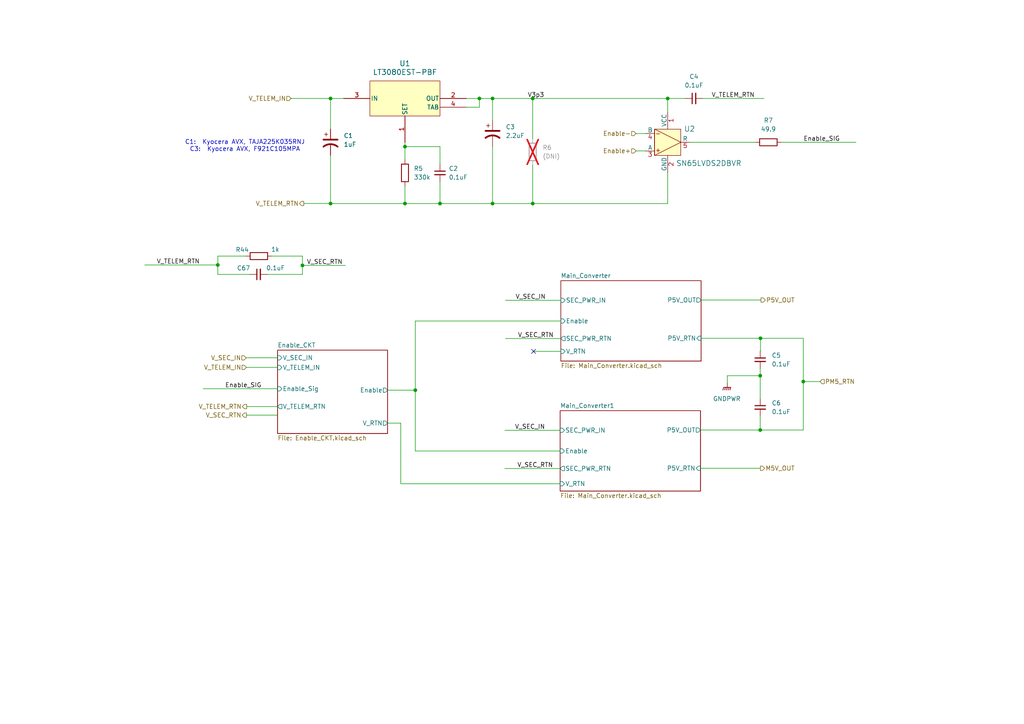
<source format=kicad_sch>
(kicad_sch
	(version 20250114)
	(generator "eeschema")
	(generator_version "9.0")
	(uuid "1353d94d-d874-464c-a8cb-1a60adf52bca")
	(paper "A4")
	(lib_symbols
		(symbol "Analog_Dev:LT3080EST-PBF"
			(pin_names
				(offset 0.254)
			)
			(exclude_from_sim no)
			(in_bom yes)
			(on_board yes)
			(property "Reference" "U"
				(at 10.16 16.51 0)
				(effects
					(font
						(size 1.524 1.524)
					)
				)
			)
			(property "Value" "LT3080EST-PBF"
				(at 10.16 13.97 0)
				(effects
					(font
						(size 1.524 1.524)
					)
				)
			)
			(property "Footprint" "SOT-3_ST_LIT"
				(at -14.224 13.208 0)
				(effects
					(font
						(size 1.27 1.27)
						(italic yes)
					)
					(hide yes)
				)
			)
			(property "Datasheet" "https://www.analog.com/media/en/technical-documentation/data-sheets/lt3080.pdf"
				(at -10.922 19.558 0)
				(effects
					(font
						(size 1.27 1.27)
						(italic yes)
					)
					(hide yes)
				)
			)
			(property "Description" "IC REG LIN POS ADJ 1.1A SOT223-3"
				(at -17.78 6.35 0)
				(effects
					(font
						(size 1.27 1.27)
					)
					(hide yes)
				)
			)
			(property "Manufacturer" "Analog Devices Inc."
				(at 0 0 0)
				(effects
					(font
						(size 1.27 1.27)
					)
					(hide yes)
				)
			)
			(property "Man. Part Num" "LT3080EST#PBF"
				(at 0 0 0)
				(effects
					(font
						(size 1.27 1.27)
					)
					(hide yes)
				)
			)
			(property "Distributor" "Digi-Key"
				(at 0 0 0)
				(effects
					(font
						(size 1.27 1.27)
					)
					(hide yes)
				)
			)
			(property "Dist. Part Num" "505-LT3080EST#PBF-ND"
				(at 0 0 0)
				(effects
					(font
						(size 1.27 1.27)
					)
					(hide yes)
				)
			)
			(property "Part Type" "SMD"
				(at 0 0 0)
				(effects
					(font
						(size 1.27 1.27)
					)
					(hide yes)
				)
			)
			(property "Package" "SOT223-3"
				(at 0 0 0)
				(effects
					(font
						(size 1.27 1.27)
					)
					(hide yes)
				)
			)
			(property "Notes" ""
				(at 0 0 0)
				(effects
					(font
						(size 1.27 1.27)
					)
					(hide yes)
				)
			)
			(property "ki_keywords" "LT3080EST#PBF"
				(at 0 0 0)
				(effects
					(font
						(size 1.27 1.27)
					)
					(hide yes)
				)
			)
			(property "ki_fp_filters" "SOT-3_ST_LIT SOT-3_ST_LIT-M SOT-3_ST_LIT-L"
				(at 0 0 0)
				(effects
					(font
						(size 1.27 1.27)
					)
					(hide yes)
				)
			)
			(symbol "LT3080EST-PBF_0_1"
				(pin power_in line
					(at -7.62 5.08 0)
					(length 7.62)
					(name "IN"
						(effects
							(font
								(size 1.27 1.27)
							)
						)
					)
					(number "3"
						(effects
							(font
								(size 1.27 1.27)
							)
						)
					)
				)
				(pin input line
					(at 10.16 -7.62 90)
					(length 7.62)
					(name "SET"
						(effects
							(font
								(size 1.27 1.27)
							)
						)
					)
					(number "1"
						(effects
							(font
								(size 1.27 1.27)
							)
						)
					)
				)
				(pin output line
					(at 27.94 5.08 180)
					(length 7.62)
					(name "OUT"
						(effects
							(font
								(size 1.27 1.27)
							)
						)
					)
					(number "2"
						(effects
							(font
								(size 1.27 1.27)
							)
						)
					)
				)
			)
			(symbol "LT3080EST-PBF_1_1"
				(rectangle
					(start 0 10.16)
					(end 20.32 0)
					(stroke
						(width 0)
						(type default)
					)
					(fill
						(type background)
					)
				)
				(pin output line
					(at 27.94 2.54 180)
					(length 7.62)
					(name "TAB"
						(effects
							(font
								(size 1.27 1.27)
							)
						)
					)
					(number "4"
						(effects
							(font
								(size 1.27 1.27)
							)
						)
					)
				)
			)
			(embedded_fonts no)
		)
		(symbol "Device:C_Polarized_US"
			(pin_numbers
				(hide yes)
			)
			(pin_names
				(offset 0.254)
				(hide yes)
			)
			(exclude_from_sim no)
			(in_bom yes)
			(on_board yes)
			(property "Reference" "C"
				(at 0.635 2.54 0)
				(effects
					(font
						(size 1.27 1.27)
					)
					(justify left)
				)
			)
			(property "Value" "C_Polarized_US"
				(at 0.635 -2.54 0)
				(effects
					(font
						(size 1.27 1.27)
					)
					(justify left)
				)
			)
			(property "Footprint" ""
				(at 0 0 0)
				(effects
					(font
						(size 1.27 1.27)
					)
					(hide yes)
				)
			)
			(property "Datasheet" "~"
				(at 0 0 0)
				(effects
					(font
						(size 1.27 1.27)
					)
					(hide yes)
				)
			)
			(property "Description" "Polarized capacitor, US symbol"
				(at 0 0 0)
				(effects
					(font
						(size 1.27 1.27)
					)
					(hide yes)
				)
			)
			(property "ki_keywords" "cap capacitor"
				(at 0 0 0)
				(effects
					(font
						(size 1.27 1.27)
					)
					(hide yes)
				)
			)
			(property "ki_fp_filters" "CP_*"
				(at 0 0 0)
				(effects
					(font
						(size 1.27 1.27)
					)
					(hide yes)
				)
			)
			(symbol "C_Polarized_US_0_1"
				(polyline
					(pts
						(xy -2.032 0.762) (xy 2.032 0.762)
					)
					(stroke
						(width 0.508)
						(type default)
					)
					(fill
						(type none)
					)
				)
				(polyline
					(pts
						(xy -1.778 2.286) (xy -0.762 2.286)
					)
					(stroke
						(width 0)
						(type default)
					)
					(fill
						(type none)
					)
				)
				(polyline
					(pts
						(xy -1.27 1.778) (xy -1.27 2.794)
					)
					(stroke
						(width 0)
						(type default)
					)
					(fill
						(type none)
					)
				)
				(arc
					(start -2.032 -1.27)
					(mid 0 -0.5572)
					(end 2.032 -1.27)
					(stroke
						(width 0.508)
						(type default)
					)
					(fill
						(type none)
					)
				)
			)
			(symbol "C_Polarized_US_1_1"
				(pin passive line
					(at 0 3.81 270)
					(length 2.794)
					(name "~"
						(effects
							(font
								(size 1.27 1.27)
							)
						)
					)
					(number "1"
						(effects
							(font
								(size 1.27 1.27)
							)
						)
					)
				)
				(pin passive line
					(at 0 -3.81 90)
					(length 3.302)
					(name "~"
						(effects
							(font
								(size 1.27 1.27)
							)
						)
					)
					(number "2"
						(effects
							(font
								(size 1.27 1.27)
							)
						)
					)
				)
			)
			(embedded_fonts no)
		)
		(symbol "Device:C_Small"
			(pin_numbers
				(hide yes)
			)
			(pin_names
				(offset 0.254)
				(hide yes)
			)
			(exclude_from_sim no)
			(in_bom yes)
			(on_board yes)
			(property "Reference" "C"
				(at 0.254 1.778 0)
				(effects
					(font
						(size 1.27 1.27)
					)
					(justify left)
				)
			)
			(property "Value" "C_Small"
				(at 0.254 -2.032 0)
				(effects
					(font
						(size 1.27 1.27)
					)
					(justify left)
				)
			)
			(property "Footprint" ""
				(at 0 0 0)
				(effects
					(font
						(size 1.27 1.27)
					)
					(hide yes)
				)
			)
			(property "Datasheet" "~"
				(at 0 0 0)
				(effects
					(font
						(size 1.27 1.27)
					)
					(hide yes)
				)
			)
			(property "Description" "Unpolarized capacitor, small symbol"
				(at 0 0 0)
				(effects
					(font
						(size 1.27 1.27)
					)
					(hide yes)
				)
			)
			(property "ki_keywords" "capacitor cap"
				(at 0 0 0)
				(effects
					(font
						(size 1.27 1.27)
					)
					(hide yes)
				)
			)
			(property "ki_fp_filters" "C_*"
				(at 0 0 0)
				(effects
					(font
						(size 1.27 1.27)
					)
					(hide yes)
				)
			)
			(symbol "C_Small_0_1"
				(polyline
					(pts
						(xy -1.524 0.508) (xy 1.524 0.508)
					)
					(stroke
						(width 0.3048)
						(type default)
					)
					(fill
						(type none)
					)
				)
				(polyline
					(pts
						(xy -1.524 -0.508) (xy 1.524 -0.508)
					)
					(stroke
						(width 0.3302)
						(type default)
					)
					(fill
						(type none)
					)
				)
			)
			(symbol "C_Small_1_1"
				(pin passive line
					(at 0 2.54 270)
					(length 2.032)
					(name "~"
						(effects
							(font
								(size 1.27 1.27)
							)
						)
					)
					(number "1"
						(effects
							(font
								(size 1.27 1.27)
							)
						)
					)
				)
				(pin passive line
					(at 0 -2.54 90)
					(length 2.032)
					(name "~"
						(effects
							(font
								(size 1.27 1.27)
							)
						)
					)
					(number "2"
						(effects
							(font
								(size 1.27 1.27)
							)
						)
					)
				)
			)
			(embedded_fonts no)
		)
		(symbol "Device:R"
			(pin_numbers
				(hide yes)
			)
			(pin_names
				(offset 0)
			)
			(exclude_from_sim no)
			(in_bom yes)
			(on_board yes)
			(property "Reference" "R"
				(at 2.032 0 90)
				(effects
					(font
						(size 1.27 1.27)
					)
				)
			)
			(property "Value" "R"
				(at 0 0 90)
				(effects
					(font
						(size 1.27 1.27)
					)
				)
			)
			(property "Footprint" ""
				(at -1.778 0 90)
				(effects
					(font
						(size 1.27 1.27)
					)
					(hide yes)
				)
			)
			(property "Datasheet" "~"
				(at 0 0 0)
				(effects
					(font
						(size 1.27 1.27)
					)
					(hide yes)
				)
			)
			(property "Description" "Resistor"
				(at 0 0 0)
				(effects
					(font
						(size 1.27 1.27)
					)
					(hide yes)
				)
			)
			(property "ki_keywords" "R res resistor"
				(at 0 0 0)
				(effects
					(font
						(size 1.27 1.27)
					)
					(hide yes)
				)
			)
			(property "ki_fp_filters" "R_*"
				(at 0 0 0)
				(effects
					(font
						(size 1.27 1.27)
					)
					(hide yes)
				)
			)
			(symbol "R_0_1"
				(rectangle
					(start -1.016 -2.54)
					(end 1.016 2.54)
					(stroke
						(width 0.254)
						(type default)
					)
					(fill
						(type none)
					)
				)
			)
			(symbol "R_1_1"
				(pin passive line
					(at 0 3.81 270)
					(length 1.27)
					(name "~"
						(effects
							(font
								(size 1.27 1.27)
							)
						)
					)
					(number "1"
						(effects
							(font
								(size 1.27 1.27)
							)
						)
					)
				)
				(pin passive line
					(at 0 -3.81 90)
					(length 1.27)
					(name "~"
						(effects
							(font
								(size 1.27 1.27)
							)
						)
					)
					(number "2"
						(effects
							(font
								(size 1.27 1.27)
							)
						)
					)
				)
			)
			(embedded_fonts no)
		)
		(symbol "Passive_Parts:C"
			(pin_numbers
				(hide yes)
			)
			(pin_names
				(offset 0)
				(hide yes)
			)
			(exclude_from_sim no)
			(in_bom yes)
			(on_board yes)
			(property "Reference" "C"
				(at 2.54 5.08 0)
				(effects
					(font
						(size 1.27 1.27)
					)
				)
			)
			(property "Value" ""
				(at 0 0 0)
				(effects
					(font
						(size 1.27 1.27)
					)
				)
			)
			(property "Footprint" ""
				(at 0 0 0)
				(effects
					(font
						(size 1.27 1.27)
					)
					(hide yes)
				)
			)
			(property "Datasheet" ""
				(at 0 0 0)
				(effects
					(font
						(size 1.27 1.27)
					)
					(hide yes)
				)
			)
			(property "Description" ""
				(at 0 0 0)
				(effects
					(font
						(size 1.27 1.27)
					)
					(hide yes)
				)
			)
			(property "Manufacturer" ""
				(at 0 0 0)
				(effects
					(font
						(size 1.27 1.27)
					)
					(hide yes)
				)
			)
			(property "Man. Part Num" ""
				(at 0 0 0)
				(effects
					(font
						(size 1.27 1.27)
					)
					(hide yes)
				)
			)
			(property "Distributor" "Digi-Key"
				(at 0 0 0)
				(effects
					(font
						(size 1.27 1.27)
					)
					(hide yes)
				)
			)
			(property "Dist. Part Num" ""
				(at 0 0 0)
				(effects
					(font
						(size 1.27 1.27)
					)
					(hide yes)
				)
			)
			(property "Package" ""
				(at 0 0 0)
				(effects
					(font
						(size 1.27 1.27)
					)
					(hide yes)
				)
			)
			(property "Part Type" "SMD"
				(at 0 0 0)
				(effects
					(font
						(size 1.27 1.27)
					)
					(hide yes)
				)
			)
			(property "Notes" ""
				(at 0 0 0)
				(effects
					(font
						(size 1.27 1.27)
					)
					(hide yes)
				)
			)
			(symbol "C_0_1"
				(polyline
					(pts
						(xy 2.032 1.016) (xy 2.032 4.064)
					)
					(stroke
						(width 0.3048)
						(type default)
					)
					(fill
						(type none)
					)
				)
				(polyline
					(pts
						(xy 3.048 1.016) (xy 3.048 4.064)
					)
					(stroke
						(width 0.3302)
						(type default)
					)
					(fill
						(type none)
					)
				)
			)
			(symbol "C_1_1"
				(pin passive line
					(at 0 2.54 0)
					(length 2.032)
					(name "~"
						(effects
							(font
								(size 1.27 1.27)
							)
						)
					)
					(number "1"
						(effects
							(font
								(size 1.27 1.27)
							)
						)
					)
				)
				(pin passive line
					(at 5.08 2.54 180)
					(length 2.032)
					(name "~"
						(effects
							(font
								(size 1.27 1.27)
							)
						)
					)
					(number "2"
						(effects
							(font
								(size 1.27 1.27)
							)
						)
					)
				)
			)
			(embedded_fonts no)
		)
		(symbol "Passive_Parts:R"
			(pin_numbers
				(hide yes)
			)
			(pin_names
				(offset 0)
				(hide yes)
			)
			(exclude_from_sim no)
			(in_bom yes)
			(on_board yes)
			(property "Reference" "R"
				(at 2.54 5.08 0)
				(effects
					(font
						(size 1.27 1.27)
					)
				)
			)
			(property "Value" ""
				(at 0 0 0)
				(effects
					(font
						(size 1.27 1.27)
					)
				)
			)
			(property "Footprint" ""
				(at 0 0 0)
				(effects
					(font
						(size 1.27 1.27)
					)
					(hide yes)
				)
			)
			(property "Datasheet" ""
				(at 0 0 0)
				(effects
					(font
						(size 1.27 1.27)
					)
					(hide yes)
				)
			)
			(property "Description" ""
				(at 0 0 0)
				(effects
					(font
						(size 1.27 1.27)
					)
					(hide yes)
				)
			)
			(property "Manufacturer" ""
				(at 0 0 0)
				(effects
					(font
						(size 1.27 1.27)
					)
					(hide yes)
				)
			)
			(property "Man. Part Num" ""
				(at 0 0 0)
				(effects
					(font
						(size 1.27 1.27)
					)
					(hide yes)
				)
			)
			(property "Distributor" "Digi-Key"
				(at 0 0 0)
				(effects
					(font
						(size 1.27 1.27)
					)
					(hide yes)
				)
			)
			(property "Dist. Part Num" ""
				(at 0 0 0)
				(effects
					(font
						(size 1.27 1.27)
					)
					(hide yes)
				)
			)
			(property "Part Type" "SMD"
				(at 0 0 0)
				(effects
					(font
						(size 1.27 1.27)
					)
					(hide yes)
				)
			)
			(property "Notes" ""
				(at 0 0 0)
				(effects
					(font
						(size 1.27 1.27)
					)
					(hide yes)
				)
			)
			(property "Package" ""
				(at 0 0 0)
				(effects
					(font
						(size 1.27 1.27)
					)
					(hide yes)
				)
			)
			(symbol "R_0_1"
				(rectangle
					(start 5.08 1.524)
					(end 0 3.556)
					(stroke
						(width 0.254)
						(type default)
					)
					(fill
						(type none)
					)
				)
			)
			(symbol "R_1_1"
				(pin passive line
					(at -1.27 2.54 0)
					(length 1.27)
					(name "~"
						(effects
							(font
								(size 1.27 1.27)
							)
						)
					)
					(number "1"
						(effects
							(font
								(size 1.27 1.27)
							)
						)
					)
				)
				(pin passive line
					(at 6.35 2.54 180)
					(length 1.27)
					(name "~"
						(effects
							(font
								(size 1.27 1.27)
							)
						)
					)
					(number "2"
						(effects
							(font
								(size 1.27 1.27)
							)
						)
					)
				)
			)
			(embedded_fonts no)
		)
		(symbol "Texas Instruments:SN65LVDS2DBVR"
			(pin_names
				(offset 0)
			)
			(exclude_from_sim no)
			(in_bom yes)
			(on_board yes)
			(property "Reference" "U"
				(at 7.366 -2.54 0)
				(effects
					(font
						(size 1.524 1.524)
					)
				)
			)
			(property "Value" "SN65LVDS2DBVR"
				(at 16.002 -6.604 0)
				(effects
					(font
						(size 1.524 1.524)
					)
					(hide yes)
				)
			)
			(property "Footprint" "Texas Instruments:DBV5"
				(at 25.654 15.24 0)
				(effects
					(font
						(size 1.27 1.27)
						(italic yes)
					)
					(hide yes)
				)
			)
			(property "Datasheet" "https://www.ti.com/lit/ds/symlink/sn65lvds1.pdf?HQS=dis-dk-null-digikeymode-dsf-pf-null-wwe&ts=1743962241896&ref_url=https%253A%252F%252Fwww.ti.com%252Fgeneral%252Fdocs%252Fsuppproductinfo.tsp%253FdistId%253D10%2526gotoUrl%253Dhttps%253A%252F%252Fwww.ti.com%252Flit%252Fgpn%252Fsn65lvds1"
				(at 24.638 12.446 0)
				(effects
					(font
						(size 1.27 1.27)
						(italic yes)
					)
					(hide yes)
				)
			)
			(property "Description" "0/1 Receiver LVDS SOT-23-5"
				(at 12.7 -13.97 0)
				(effects
					(font
						(size 1.27 1.27)
					)
					(hide yes)
				)
			)
			(property "Manufacturer" "Texas Instruments"
				(at 0 0 0)
				(effects
					(font
						(size 1.27 1.27)
					)
					(hide yes)
				)
			)
			(property "Man. Part Num" "SN65LVDS2DBVR"
				(at 0 0 0)
				(effects
					(font
						(size 1.27 1.27)
					)
					(hide yes)
				)
			)
			(property "Distributor" "Digi-Key"
				(at 0 0 0)
				(effects
					(font
						(size 1.27 1.27)
					)
					(hide yes)
				)
			)
			(property "Dist. Part Num" "296-6920-1-ND"
				(at 0 0 0)
				(effects
					(font
						(size 1.27 1.27)
					)
					(hide yes)
				)
			)
			(property "Part Type" "SMD"
				(at 0 0 0)
				(effects
					(font
						(size 1.27 1.27)
					)
					(hide yes)
				)
			)
			(property "Package" "SOT-23-5"
				(at 0 0 0)
				(effects
					(font
						(size 1.27 1.27)
					)
					(hide yes)
				)
			)
			(property "Notes" ""
				(at 0 0 0)
				(effects
					(font
						(size 1.27 1.27)
					)
					(hide yes)
				)
			)
			(property "ki_keywords" "SN65LVDS2DBVR"
				(at 0 0 0)
				(effects
					(font
						(size 1.27 1.27)
					)
					(hide yes)
				)
			)
			(property "ki_fp_filters" "DBV5 DBV5-M DBV5-L"
				(at 0 0 0)
				(effects
					(font
						(size 1.27 1.27)
					)
					(hide yes)
				)
			)
			(symbol "SN65LVDS2DBVR_1_1"
				(rectangle
					(start 0 7.62)
					(end 7.62 0)
					(stroke
						(width 0)
						(type default)
					)
					(fill
						(type background)
					)
				)
				(polyline
					(pts
						(xy 0 0) (xy 0 7.62) (xy 7.62 3.81) (xy 0 0)
					)
					(stroke
						(width 0)
						(type default)
					)
					(fill
						(type none)
					)
				)
				(text "-"
					(at 1.016 6.35 0)
					(effects
						(font
							(size 1.27 1.27)
						)
					)
				)
				(text "+"
					(at 1.016 1.524 0)
					(effects
						(font
							(size 1.27 1.27)
						)
					)
				)
				(pin input line
					(at -2.54 6.35 0)
					(length 2.54)
					(name "B"
						(effects
							(font
								(size 1.27 1.27)
							)
						)
					)
					(number "4"
						(effects
							(font
								(size 1.27 1.27)
							)
						)
					)
				)
				(pin input line
					(at -2.54 1.27 0)
					(length 2.54)
					(name "A"
						(effects
							(font
								(size 1.27 1.27)
							)
						)
					)
					(number "3"
						(effects
							(font
								(size 1.27 1.27)
							)
						)
					)
				)
				(pin power_in line
					(at 3.81 12.7 270)
					(length 5.08)
					(name "VCC"
						(effects
							(font
								(size 1.27 1.27)
							)
						)
					)
					(number "1"
						(effects
							(font
								(size 1.27 1.27)
							)
						)
					)
				)
				(pin power_in line
					(at 3.81 -5.08 90)
					(length 5.08)
					(name "GND"
						(effects
							(font
								(size 1.27 1.27)
							)
						)
					)
					(number "2"
						(effects
							(font
								(size 1.27 1.27)
							)
						)
					)
				)
				(pin output line
					(at 10.16 3.81 180)
					(length 2.54)
					(name "R"
						(effects
							(font
								(size 1.27 1.27)
							)
						)
					)
					(number "5"
						(effects
							(font
								(size 1.27 1.27)
							)
						)
					)
				)
			)
			(embedded_fonts no)
		)
		(symbol "power:GNDPWR"
			(power)
			(pin_numbers
				(hide yes)
			)
			(pin_names
				(offset 0)
				(hide yes)
			)
			(exclude_from_sim no)
			(in_bom yes)
			(on_board yes)
			(property "Reference" "#PWR"
				(at 0 -5.08 0)
				(effects
					(font
						(size 1.27 1.27)
					)
					(hide yes)
				)
			)
			(property "Value" "GNDPWR"
				(at 0 -3.302 0)
				(effects
					(font
						(size 1.27 1.27)
					)
				)
			)
			(property "Footprint" ""
				(at 0 -1.27 0)
				(effects
					(font
						(size 1.27 1.27)
					)
					(hide yes)
				)
			)
			(property "Datasheet" ""
				(at 0 -1.27 0)
				(effects
					(font
						(size 1.27 1.27)
					)
					(hide yes)
				)
			)
			(property "Description" "Power symbol creates a global label with name \"GNDPWR\" , global ground"
				(at 0 0 0)
				(effects
					(font
						(size 1.27 1.27)
					)
					(hide yes)
				)
			)
			(property "ki_keywords" "global ground"
				(at 0 0 0)
				(effects
					(font
						(size 1.27 1.27)
					)
					(hide yes)
				)
			)
			(symbol "GNDPWR_0_1"
				(polyline
					(pts
						(xy -1.016 -1.27) (xy -1.27 -2.032) (xy -1.27 -2.032)
					)
					(stroke
						(width 0.2032)
						(type default)
					)
					(fill
						(type none)
					)
				)
				(polyline
					(pts
						(xy -0.508 -1.27) (xy -0.762 -2.032) (xy -0.762 -2.032)
					)
					(stroke
						(width 0.2032)
						(type default)
					)
					(fill
						(type none)
					)
				)
				(polyline
					(pts
						(xy 0 -1.27) (xy 0 0)
					)
					(stroke
						(width 0)
						(type default)
					)
					(fill
						(type none)
					)
				)
				(polyline
					(pts
						(xy 0 -1.27) (xy -0.254 -2.032) (xy -0.254 -2.032)
					)
					(stroke
						(width 0.2032)
						(type default)
					)
					(fill
						(type none)
					)
				)
				(polyline
					(pts
						(xy 0.508 -1.27) (xy 0.254 -2.032) (xy 0.254 -2.032)
					)
					(stroke
						(width 0.2032)
						(type default)
					)
					(fill
						(type none)
					)
				)
				(polyline
					(pts
						(xy 1.016 -1.27) (xy -1.016 -1.27) (xy -1.016 -1.27)
					)
					(stroke
						(width 0.2032)
						(type default)
					)
					(fill
						(type none)
					)
				)
				(polyline
					(pts
						(xy 1.016 -1.27) (xy 0.762 -2.032) (xy 0.762 -2.032) (xy 0.762 -2.032)
					)
					(stroke
						(width 0.2032)
						(type default)
					)
					(fill
						(type none)
					)
				)
			)
			(symbol "GNDPWR_1_1"
				(pin power_in line
					(at 0 0 270)
					(length 0)
					(name "~"
						(effects
							(font
								(size 1.27 1.27)
							)
						)
					)
					(number "1"
						(effects
							(font
								(size 1.27 1.27)
							)
						)
					)
				)
			)
			(embedded_fonts no)
		)
	)
	(text "C1:  Kyocera AVX, TAJA225K035RNJ\nC3:  Kyocera AVX, F921C105MPA"
		(exclude_from_sim no)
		(at 71.0433 42.3529 0)
		(effects
			(font
				(size 1.27 1.27)
			)
		)
		(uuid "9e2fe301-936f-4860-ad04-c8aafb2f4068")
	)
	(junction
		(at 139.0449 28.5609)
		(diameter 0)
		(color 0 0 0 0)
		(uuid "052d7e6b-ba5d-46aa-91d8-aad72c87b572")
	)
	(junction
		(at 127.6149 59.0409)
		(diameter 0)
		(color 0 0 0 0)
		(uuid "173c1403-8ab3-4cda-90a9-00c81faf9a9e")
	)
	(junction
		(at 154.5063 28.5609)
		(diameter 0)
		(color 0 0 0 0)
		(uuid "1afe163a-4319-4d6e-af86-800afdfdb55f")
	)
	(junction
		(at 117.4549 42.5309)
		(diameter 0)
		(color 0 0 0 0)
		(uuid "1d57173e-fed8-4179-a08d-c77c41401180")
	)
	(junction
		(at 154.5063 59.0409)
		(diameter 0)
		(color 0 0 0 0)
		(uuid "1f85b0b9-9b90-435c-afc1-949346ff3e44")
	)
	(junction
		(at 120.455 113.1646)
		(diameter 0)
		(color 0 0 0 0)
		(uuid "322b91cc-93b5-4d90-b813-36bda4140150")
	)
	(junction
		(at 220.4918 108.974)
		(diameter 0)
		(color 0 0 0 0)
		(uuid "4ca52152-e915-4904-aa04-8cc12ca3f163")
	)
	(junction
		(at 87.7215 76.9851)
		(diameter 0)
		(color 0 0 0 0)
		(uuid "5a050375-31e8-4671-ba94-2ca6042be69d")
	)
	(junction
		(at 95.8649 28.5609)
		(diameter 0)
		(color 0 0 0 0)
		(uuid "601a034c-040c-4f63-8032-74106906ea78")
	)
	(junction
		(at 95.8743 59.0409)
		(diameter 0)
		(color 0 0 0 0)
		(uuid "6469b22e-8405-4e91-b0ce-0f9eac84dba1")
	)
	(junction
		(at 117.4549 59.0409)
		(diameter 0)
		(color 0 0 0 0)
		(uuid "7ac1f762-af2f-4f73-be2f-3a581ed401a2")
	)
	(junction
		(at 193.6549 28.5609)
		(diameter 0)
		(color 0 0 0 0)
		(uuid "8917fa61-51fc-48b5-a010-839ad7178b60")
	)
	(junction
		(at 142.8549 28.5609)
		(diameter 0)
		(color 0 0 0 0)
		(uuid "af59069d-73b4-4432-92d7-78c0377d8c21")
	)
	(junction
		(at 63.1783 76.8533)
		(diameter 0)
		(color 0 0 0 0)
		(uuid "c3ccd888-4dcf-4b0d-8ee8-560f07f4c43d")
	)
	(junction
		(at 220.4918 124.7284)
		(diameter 0)
		(color 0 0 0 0)
		(uuid "dad64267-beea-4a2c-b32a-bfad274feb48")
	)
	(junction
		(at 220.5677 98.1156)
		(diameter 0)
		(color 0 0 0 0)
		(uuid "deb68ace-c761-4d1f-af2c-dd1232d5e40b")
	)
	(junction
		(at 232.9863 110.672)
		(diameter 0)
		(color 0 0 0 0)
		(uuid "f6dc7ff4-035f-4815-885d-64cb309760a1")
	)
	(junction
		(at 142.8549 59.0409)
		(diameter 0)
		(color 0 0 0 0)
		(uuid "f8f6b8c8-3d88-45bf-8246-881a3e34d982")
	)
	(no_connect
		(at 154.7419 101.912)
		(uuid "c0f0fc6d-a063-4293-a21b-c7f2995ae9e6")
	)
	(wire
		(pts
			(xy 120.455 130.8048) (xy 120.455 113.1646)
		)
		(stroke
			(width 0)
			(type default)
		)
		(uuid "03914b27-6cbd-4d9e-9858-5e6dc7f0668f")
	)
	(wire
		(pts
			(xy 80.5116 117.9181) (xy 80.5116 117.9102)
		)
		(stroke
			(width 0)
			(type default)
		)
		(uuid "08523998-bbdc-4564-9ec7-55fb9a8dee3d")
	)
	(wire
		(pts
			(xy 87.7215 76.9851) (xy 87.7215 79.5976)
		)
		(stroke
			(width 0)
			(type default)
		)
		(uuid "0ab97077-96de-4552-968c-a5e1cfde79d9")
	)
	(wire
		(pts
			(xy 95.8649 28.5609) (xy 99.6749 28.5609)
		)
		(stroke
			(width 0)
			(type default)
		)
		(uuid "0b72b032-3e38-4ce3-8e77-46aa66435151")
	)
	(wire
		(pts
			(xy 200.0049 41.2609) (xy 219.0549 41.2609)
		)
		(stroke
			(width 0)
			(type default)
		)
		(uuid "0bfb3a74-11b3-4e5b-b974-882937fec9a7")
	)
	(wire
		(pts
			(xy 127.6149 59.0409) (xy 142.8549 59.0409)
		)
		(stroke
			(width 0)
			(type default)
		)
		(uuid "0d2bd0b3-e663-43cc-b002-4927046e588f")
	)
	(wire
		(pts
			(xy 127.6149 42.5309) (xy 117.4549 42.5309)
		)
		(stroke
			(width 0)
			(type default)
		)
		(uuid "126a9d76-bb3a-4b18-aeea-806b785a250d")
	)
	(wire
		(pts
			(xy 187.3049 43.7682) (xy 187.3049 43.8009)
		)
		(stroke
			(width 0)
			(type default)
		)
		(uuid "13f67f01-f435-49aa-b37c-8b365fd11821")
	)
	(wire
		(pts
			(xy 63.1783 74.2794) (xy 63.1783 76.8533)
		)
		(stroke
			(width 0)
			(type default)
		)
		(uuid "15ae9207-e002-449e-9582-88be1e06b5c1")
	)
	(wire
		(pts
			(xy 71.5538 117.9181) (xy 80.5116 117.9181)
		)
		(stroke
			(width 0)
			(type default)
		)
		(uuid "19c9b95c-9081-4c98-8461-5280b17abfb7")
	)
	(wire
		(pts
			(xy 112.4219 122.7281) (xy 116.2375 122.7281)
		)
		(stroke
			(width 0)
			(type default)
		)
		(uuid "1e15192d-812b-4877-b458-256d2ce6b717")
	)
	(wire
		(pts
			(xy 139.0449 28.5609) (xy 135.2349 28.5609)
		)
		(stroke
			(width 0)
			(type default)
		)
		(uuid "1e7c1ad5-069f-4984-bfbd-8373c15488f2")
	)
	(wire
		(pts
			(xy 142.8549 42.5309) (xy 142.8549 59.0409)
		)
		(stroke
			(width 0)
			(type default)
		)
		(uuid "1f70d11d-3806-4de4-8884-aeacb89212ec")
	)
	(wire
		(pts
			(xy 41.9667 76.8533) (xy 63.1783 76.8533)
		)
		(stroke
			(width 0)
			(type default)
		)
		(uuid "29a14270-ee66-4580-8bee-1d0ab9622606")
	)
	(wire
		(pts
			(xy 95.8743 59.0409) (xy 117.4549 59.0409)
		)
		(stroke
			(width 0)
			(type default)
		)
		(uuid "2ab8ae8c-d405-4ec6-99dc-14aef284a9e3")
	)
	(wire
		(pts
			(xy 87.7215 76.9851) (xy 100.1848 76.9851)
		)
		(stroke
			(width 0)
			(type default)
		)
		(uuid "2ac18de3-b0dc-49c6-a982-36dd5b8ae259")
	)
	(wire
		(pts
			(xy 154.5063 59.0409) (xy 193.6549 59.0409)
		)
		(stroke
			(width 0)
			(type default)
		)
		(uuid "2b0cc179-5e6c-4e5e-85c3-845808d3075c")
	)
	(wire
		(pts
			(xy 95.8743 59.0217) (xy 95.8743 59.0409)
		)
		(stroke
			(width 0)
			(type default)
		)
		(uuid "2b6c9e97-17ea-4c1a-aa24-7e7446c40d9d")
	)
	(wire
		(pts
			(xy 120.455 93.1026) (xy 162.6531 93.1026)
		)
		(stroke
			(width 0)
			(type default)
		)
		(uuid "2f353c55-798d-4884-b803-73d50944cbf9")
	)
	(wire
		(pts
			(xy 95.8649 37.4509) (xy 95.8649 28.5609)
		)
		(stroke
			(width 0)
			(type default)
		)
		(uuid "33face97-a951-4796-a5dc-a58a0ae6290b")
	)
	(wire
		(pts
			(xy 232.9863 110.672) (xy 237.8121 110.672)
		)
		(stroke
			(width 0)
			(type default)
		)
		(uuid "3b93fb64-8d6f-4b3c-9d41-100b746e3c53")
	)
	(wire
		(pts
			(xy 117.4549 42.5309) (xy 117.4549 46.3409)
		)
		(stroke
			(width 0)
			(type default)
		)
		(uuid "3c829682-15f6-4c5f-97ce-51bd4498e5e7")
	)
	(wire
		(pts
			(xy 162.6531 98.1915) (xy 146.6101 98.1915)
		)
		(stroke
			(width 0)
			(type default)
		)
		(uuid "3e1dbaba-d735-460f-9cc8-785295333d74")
	)
	(wire
		(pts
			(xy 142.8549 34.9109) (xy 142.8549 28.5609)
		)
		(stroke
			(width 0)
			(type default)
		)
		(uuid "3e2763c3-03d6-47fc-8f45-2071d74cab9d")
	)
	(wire
		(pts
			(xy 120.455 130.8048) (xy 162.4717 130.8048)
		)
		(stroke
			(width 0)
			(type default)
		)
		(uuid "4000320f-46e7-41a4-9aa5-5c09bea1c352")
	)
	(wire
		(pts
			(xy 220.4918 120.7045) (xy 220.4918 124.7284)
		)
		(stroke
			(width 0)
			(type default)
		)
		(uuid "4075d452-027e-4ce6-90cf-d8a2888b5690")
	)
	(wire
		(pts
			(xy 220.5677 98.1156) (xy 232.9863 98.1156)
		)
		(stroke
			(width 0)
			(type default)
		)
		(uuid "40e5319b-7777-4cd2-937a-159ad0e403c7")
	)
	(wire
		(pts
			(xy 95.8649 45.0709) (xy 95.8649 59.0409)
		)
		(stroke
			(width 0)
			(type default)
		)
		(uuid "4246a3cc-1fe8-4ff4-b1bf-90ea6a0bc2a0")
	)
	(wire
		(pts
			(xy 139.0449 31.1009) (xy 139.0449 28.5609)
		)
		(stroke
			(width 0)
			(type default)
		)
		(uuid "426e2b16-62ac-4177-952d-cba8f43a8036")
	)
	(wire
		(pts
			(xy 142.8549 59.0409) (xy 154.5063 59.0409)
		)
		(stroke
			(width 0)
			(type default)
		)
		(uuid "437315f9-3d94-4d4d-92cf-fdd136041ecd")
	)
	(wire
		(pts
			(xy 117.4549 41.2609) (xy 117.4549 42.5309)
		)
		(stroke
			(width 0)
			(type default)
		)
		(uuid "488a79ae-18ea-4197-8477-f670c2999f2c")
	)
	(wire
		(pts
			(xy 58.9216 112.7528) (xy 80.5116 112.7528)
		)
		(stroke
			(width 0)
			(type default)
		)
		(uuid "4b9fa519-dfd4-4292-8efd-3313d3463620")
	)
	(wire
		(pts
			(xy 120.455 113.1646) (xy 120.455 93.1026)
		)
		(stroke
			(width 0)
			(type default)
		)
		(uuid "51e592c6-2c68-49bb-970b-1cc173392d00")
	)
	(wire
		(pts
			(xy 210.9405 111.0817) (xy 210.9405 108.974)
		)
		(stroke
			(width 0)
			(type default)
		)
		(uuid "52ad1126-8c07-4bc9-b9dd-1f8684467185")
	)
	(wire
		(pts
			(xy 87.7215 74.2794) (xy 87.7215 76.9851)
		)
		(stroke
			(width 0)
			(type default)
		)
		(uuid "562af42e-b08a-42ec-9679-f6d1ef226a82")
	)
	(wire
		(pts
			(xy 226.6749 41.2609) (xy 248.2649 41.2609)
		)
		(stroke
			(width 0)
			(type default)
		)
		(uuid "5901014b-8d36-4370-99a4-187a2a7ff6ba")
	)
	(wire
		(pts
			(xy 220.5677 101.8008) (xy 220.4918 101.8008)
		)
		(stroke
			(width 0)
			(type default)
		)
		(uuid "5f575dec-fe7d-4937-9311-64199eca90a6")
	)
	(wire
		(pts
			(xy 184.4658 38.7349) (xy 187.3049 38.7349)
		)
		(stroke
			(width 0)
			(type default)
		)
		(uuid "615280c6-1ef1-4bd5-a0b1-db9762b3d837")
	)
	(wire
		(pts
			(xy 220.4918 106.8808) (xy 220.4918 108.974)
		)
		(stroke
			(width 0)
			(type default)
		)
		(uuid "61ea26c3-a441-4df3-814e-43ff853f1f9b")
	)
	(wire
		(pts
			(xy 203.1763 124.7284) (xy 220.4918 124.7284)
		)
		(stroke
			(width 0)
			(type default)
		)
		(uuid "63b1a636-656c-4f31-a053-6caf4017efda")
	)
	(wire
		(pts
			(xy 203.1763 135.8178) (xy 220.5319 135.8178)
		)
		(stroke
			(width 0)
			(type default)
		)
		(uuid "65c13fc1-c2a4-4859-93ac-e30bbec165a8")
	)
	(wire
		(pts
			(xy 63.1783 79.5976) (xy 72.4631 79.5976)
		)
		(stroke
			(width 0)
			(type default)
		)
		(uuid "667672b9-5a37-46ce-8d48-8bca6ba51a3f")
	)
	(wire
		(pts
			(xy 71.4978 120.4029) (xy 71.4978 120.4027)
		)
		(stroke
			(width 0)
			(type default)
		)
		(uuid "6a4b5382-0d63-4cfd-8ec9-f71eb8f3ba23")
	)
	(wire
		(pts
			(xy 154.5063 28.5609) (xy 193.6549 28.5609)
		)
		(stroke
			(width 0)
			(type default)
		)
		(uuid "7078cc43-e433-4cd3-b6fc-2ce43fa6848d")
	)
	(wire
		(pts
			(xy 154.5063 40.261) (xy 154.5063 28.5609)
		)
		(stroke
			(width 0)
			(type default)
		)
		(uuid "7191f6ca-ccb3-4f83-bc39-3d441279ff03")
	)
	(wire
		(pts
			(xy 127.6149 47.6109) (xy 127.6149 42.5309)
		)
		(stroke
			(width 0)
			(type default)
		)
		(uuid "74015584-9116-4745-9487-4796dd0db6f0")
	)
	(wire
		(pts
			(xy 203.8149 28.5609) (xy 221.5949 28.5609)
		)
		(stroke
			(width 0)
			(type default)
		)
		(uuid "763234ec-8789-435a-880a-c1a826f46a92")
	)
	(wire
		(pts
			(xy 232.9863 98.1156) (xy 232.9863 110.672)
		)
		(stroke
			(width 0)
			(type default)
		)
		(uuid "782f552a-07f7-414e-92b2-ae856e71a36d")
	)
	(wire
		(pts
			(xy 80.5116 103.7691) (xy 71.39 103.7691)
		)
		(stroke
			(width 0)
			(type default)
		)
		(uuid "787b3286-789e-4d3e-9075-34b1d05b4099")
	)
	(wire
		(pts
			(xy 193.6549 28.5609) (xy 198.7349 28.5609)
		)
		(stroke
			(width 0)
			(type default)
		)
		(uuid "7932ef93-4e92-4c71-a8aa-ac9c7786f176")
	)
	(wire
		(pts
			(xy 203.3577 87.0262) (xy 220.7133 87.0262)
		)
		(stroke
			(width 0)
			(type default)
		)
		(uuid "8066162b-e47e-44e5-870a-e6ad9fd908ff")
	)
	(wire
		(pts
			(xy 84.4349 28.5609) (xy 95.8649 28.5609)
		)
		(stroke
			(width 0)
			(type default)
		)
		(uuid "8c9c706b-fe29-483c-b155-1314dbb8bc84")
	)
	(wire
		(pts
			(xy 127.6149 52.6909) (xy 127.6149 59.0409)
		)
		(stroke
			(width 0)
			(type default)
		)
		(uuid "8f08e383-c8da-4292-bf5e-17d8975bf581")
	)
	(wire
		(pts
			(xy 112.4219 113.1646) (xy 120.455 113.1646)
		)
		(stroke
			(width 0)
			(type default)
		)
		(uuid "8ffc6090-cda0-4d37-8cb5-5c6e30236d93")
	)
	(wire
		(pts
			(xy 87.7215 79.5976) (xy 77.5431 79.5976)
		)
		(stroke
			(width 0)
			(type default)
		)
		(uuid "917b0977-02ab-4742-86ca-52ff318337ce")
	)
	(wire
		(pts
			(xy 71.39 103.7691) (xy 71.39 103.793)
		)
		(stroke
			(width 0)
			(type default)
		)
		(uuid "95056ee0-7e42-46f0-a088-39bc4857d103")
	)
	(wire
		(pts
			(xy 154.5063 47.881) (xy 154.5063 59.0409)
		)
		(stroke
			(width 0)
			(type default)
		)
		(uuid "953a3b6f-52c4-4d18-bb16-8a3f72b73727")
	)
	(wire
		(pts
			(xy 95.8649 59.0409) (xy 95.8743 59.0409)
		)
		(stroke
			(width 0)
			(type default)
		)
		(uuid "99fba9ee-dd73-46df-9f2c-12be6d5c25d0")
	)
	(wire
		(pts
			(xy 184.4658 43.7682) (xy 187.3049 43.7682)
		)
		(stroke
			(width 0)
			(type default)
		)
		(uuid "a05530c5-f62f-4594-8048-38fbd6f7dfed")
	)
	(wire
		(pts
			(xy 135.2349 31.1009) (xy 139.0449 31.1009)
		)
		(stroke
			(width 0)
			(type default)
		)
		(uuid "a7401d6e-19f0-4233-ab70-fca8059ddf26")
	)
	(wire
		(pts
			(xy 116.2375 122.7281) (xy 116.2375 140.3086)
		)
		(stroke
			(width 0)
			(type default)
		)
		(uuid "a9b952b5-29e2-48b4-96c1-2362fb760d6f")
	)
	(wire
		(pts
			(xy 116.2375 140.3086) (xy 162.4717 140.3086)
		)
		(stroke
			(width 0)
			(type default)
		)
		(uuid "ae398254-b180-42bc-8b34-9f592706cfdc")
	)
	(wire
		(pts
			(xy 210.9405 108.974) (xy 220.4918 108.974)
		)
		(stroke
			(width 0)
			(type default)
		)
		(uuid "b131bbdd-83e3-43fe-bc5a-f810e728beb6")
	)
	(wire
		(pts
			(xy 193.6549 50.1509) (xy 193.6549 59.0409)
		)
		(stroke
			(width 0)
			(type default)
		)
		(uuid "b7fa0049-6622-4e31-9f34-a41195460ef8")
	)
	(wire
		(pts
			(xy 162.4717 135.8937) (xy 146.4287 135.8937)
		)
		(stroke
			(width 0)
			(type default)
		)
		(uuid "b8d9599e-2bfb-424d-8e7b-4993bc9f1433")
	)
	(wire
		(pts
			(xy 220.5677 98.1156) (xy 220.5677 101.8008)
		)
		(stroke
			(width 0)
			(type default)
		)
		(uuid "b9f21c4c-b867-49b9-96c6-87cd5a2b1b16")
	)
	(wire
		(pts
			(xy 88.1087 59.0217) (xy 95.8743 59.0217)
		)
		(stroke
			(width 0)
			(type default)
		)
		(uuid "bd365e57-fb26-442e-bcc2-8fa4b63edeb3")
	)
	(wire
		(pts
			(xy 220.4918 108.974) (xy 220.4918 115.6245)
		)
		(stroke
			(width 0)
			(type default)
		)
		(uuid "cb7f368e-4c7d-4508-90da-eb124055375b")
	)
	(wire
		(pts
			(xy 220.4918 124.7284) (xy 232.9863 124.7284)
		)
		(stroke
			(width 0)
			(type default)
		)
		(uuid "cf9b8172-9304-402f-ac5a-7010df0d173e")
	)
	(wire
		(pts
			(xy 80.5116 120.4029) (xy 71.4978 120.4029)
		)
		(stroke
			(width 0)
			(type default)
		)
		(uuid "d0b5fae0-86d3-48e6-8cac-8d6c48af45d4")
	)
	(wire
		(pts
			(xy 71.4579 106.5573) (xy 80.5116 106.5573)
		)
		(stroke
			(width 0)
			(type default)
		)
		(uuid "d7bfad6d-d5a7-4b7d-941c-b4f58a0598e1")
	)
	(wire
		(pts
			(xy 187.3049 38.7349) (xy 187.3049 38.7209)
		)
		(stroke
			(width 0)
			(type default)
		)
		(uuid "d9da85d2-ee07-4219-8e78-4b09f9b9a0f7")
	)
	(wire
		(pts
			(xy 162.6531 87.1021) (xy 146.6101 87.1021)
		)
		(stroke
			(width 0)
			(type default)
		)
		(uuid "dde87c53-ecfa-4818-999a-e8a98559a1e9")
	)
	(wire
		(pts
			(xy 127.6149 59.0409) (xy 117.4549 59.0409)
		)
		(stroke
			(width 0)
			(type default)
		)
		(uuid "e02d5d0e-42b2-4113-aa8d-3a953a18fbc1")
	)
	(wire
		(pts
			(xy 162.4717 124.8043) (xy 146.4287 124.8043)
		)
		(stroke
			(width 0)
			(type default)
		)
		(uuid "e1c44532-a93f-44f9-8117-342c836f02bb")
	)
	(wire
		(pts
			(xy 232.9863 110.672) (xy 232.9863 124.7284)
		)
		(stroke
			(width 0)
			(type default)
		)
		(uuid "e7fc1371-a142-4081-97bb-ea57fb816b01")
	)
	(wire
		(pts
			(xy 203.3577 98.1156) (xy 220.5677 98.1156)
		)
		(stroke
			(width 0)
			(type default)
		)
		(uuid "e97a2c96-673f-4d3e-a4fb-2687e0e9b60c")
	)
	(wire
		(pts
			(xy 162.6531 101.912) (xy 154.7419 101.912)
		)
		(stroke
			(width 0)
			(type default)
		)
		(uuid "eba0a3ef-0861-4067-9121-6eeeb6b04a9e")
	)
	(wire
		(pts
			(xy 80.5116 106.5573) (xy 80.5116 106.5974)
		)
		(stroke
			(width 0)
			(type default)
		)
		(uuid "ec74a965-a53e-4866-a5cc-12540a2d0b6d")
	)
	(wire
		(pts
			(xy 117.4549 59.0409) (xy 117.4549 53.9609)
		)
		(stroke
			(width 0)
			(type default)
		)
		(uuid "ed3a4c8e-b136-4478-b392-d076011c550d")
	)
	(wire
		(pts
			(xy 193.6549 28.5609) (xy 193.6549 32.3709)
		)
		(stroke
			(width 0)
			(type default)
		)
		(uuid "ed7c059c-d308-4e43-8872-1302beca40f6")
	)
	(wire
		(pts
			(xy 142.8549 28.5609) (xy 139.0449 28.5609)
		)
		(stroke
			(width 0)
			(type default)
		)
		(uuid "edf775e3-a180-41d8-ba10-638773657a03")
	)
	(wire
		(pts
			(xy 63.1783 76.8533) (xy 63.1783 79.5976)
		)
		(stroke
			(width 0)
			(type default)
		)
		(uuid "ee56ad3c-09d7-458d-8196-55fe406dc056")
	)
	(wire
		(pts
			(xy 142.8549 28.5609) (xy 154.5063 28.5609)
		)
		(stroke
			(width 0)
			(type default)
		)
		(uuid "fa46b946-0cba-43bb-8f33-8b6d5d98816a")
	)
	(wire
		(pts
			(xy 71.2779 74.2794) (xy 63.1783 74.2794)
		)
		(stroke
			(width 0)
			(type default)
		)
		(uuid "fc866bca-41f3-474a-96df-a5f232d24ca2")
	)
	(wire
		(pts
			(xy 78.8979 74.2794) (xy 87.7215 74.2794)
		)
		(stroke
			(width 0)
			(type default)
		)
		(uuid "ff0523d0-17e3-46d5-9f2d-deaaa8e81b6f")
	)
	(label "Enable_SIG"
		(at 65.2716 112.7528 0)
		(effects
			(font
				(size 1.27 1.27)
			)
			(justify left bottom)
		)
		(uuid "19ad0b40-5411-415a-8510-6e4959ea77ed")
	)
	(label "V_SEC_RTN"
		(at 150.1715 98.1915 0)
		(effects
			(font
				(size 1.27 1.27)
				(thickness 0.1588)
			)
			(justify left bottom)
		)
		(uuid "43e29d27-4945-4f9f-a25e-0b9c111d771e")
	)
	(label "V_SEC_RTN"
		(at 88.9648 76.9851 0)
		(effects
			(font
				(size 1.27 1.27)
			)
			(justify left bottom)
		)
		(uuid "6fa06d4d-7a76-499f-a70e-4188fd25b614")
	)
	(label "V_SEC_IN"
		(at 149.3065 124.8043 0)
		(effects
			(font
				(size 1.27 1.27)
				(thickness 0.1588)
			)
			(justify left bottom)
		)
		(uuid "7850ce18-c5f6-4231-af60-1b49f7a15dec")
	)
	(label "V_TELEM_RTN"
		(at 206.3549 28.5609 0)
		(effects
			(font
				(size 1.27 1.27)
			)
			(justify left bottom)
		)
		(uuid "8dfc8a6f-5b20-4d8c-a5ac-ebccc6e85f47")
	)
	(label "Enable_SIG"
		(at 233.0249 41.2609 0)
		(effects
			(font
				(size 1.27 1.27)
			)
			(justify left bottom)
		)
		(uuid "959b37d1-72fc-4be6-8180-480e554f08c7")
	)
	(label "V3p3"
		(at 153.0149 28.5609 0)
		(effects
			(font
				(size 1.27 1.27)
			)
			(justify left bottom)
		)
		(uuid "a42ccfb6-6f01-4bce-afd0-ed72d0e2e922")
	)
	(label "V_TELEM_RTN"
		(at 45.4181 76.8533 0)
		(effects
			(font
				(size 1.27 1.27)
			)
			(justify left bottom)
		)
		(uuid "e1bccd86-4475-4f8e-ab94-ffd6bb1e1fa4")
	)
	(label "V_SEC_IN"
		(at 149.4879 87.1021 0)
		(effects
			(font
				(size 1.27 1.27)
				(thickness 0.1588)
			)
			(justify left bottom)
		)
		(uuid "e84cfaf1-f430-45df-bc37-cab0a5fa8f97")
	)
	(label "V_SEC_RTN"
		(at 149.9901 135.8937 0)
		(effects
			(font
				(size 1.27 1.27)
				(thickness 0.1588)
			)
			(justify left bottom)
		)
		(uuid "fdc6cdf5-47c0-450c-82d1-81bd56fe338f")
	)
	(hierarchical_label "V_TELEM_IN"
		(shape input)
		(at 71.4579 106.5573 180)
		(effects
			(font
				(size 1.27 1.27)
			)
			(justify right)
		)
		(uuid "003b6e69-61f0-40c9-99ae-92363a394194")
	)
	(hierarchical_label "V_TELEM_RTN"
		(shape output)
		(at 88.1087 59.0217 180)
		(effects
			(font
				(size 1.27 1.27)
			)
			(justify right)
		)
		(uuid "0e5b6056-73ca-495a-90cc-e271016bf061")
	)
	(hierarchical_label "Enable-"
		(shape input)
		(at 184.4658 38.7349 180)
		(effects
			(font
				(size 1.27 1.27)
			)
			(justify right)
		)
		(uuid "395d23fc-5741-425e-9cdb-b7884d67a4dc")
	)
	(hierarchical_label "V_TELEM_RTN"
		(shape output)
		(at 71.5538 117.9181 180)
		(effects
			(font
				(size 1.27 1.27)
			)
			(justify right)
		)
		(uuid "39f7bcd1-7b9d-4500-a988-2e144e18ab2b")
	)
	(hierarchical_label "P5V_OUT"
		(shape output)
		(at 220.7133 87.0262 0)
		(effects
			(font
				(size 1.27 1.27)
			)
			(justify left)
		)
		(uuid "6a345d33-33ec-48a4-b3ad-3b11eb2c46a8")
	)
	(hierarchical_label "PM5_RTN"
		(shape input)
		(at 237.8121 110.672 0)
		(effects
			(font
				(size 1.27 1.27)
			)
			(justify left)
		)
		(uuid "8679b561-a53b-4326-9227-1a0220c2616c")
	)
	(hierarchical_label "V_SEC_RTN"
		(shape output)
		(at 71.4978 120.4027 180)
		(effects
			(font
				(size 1.27 1.27)
			)
			(justify right)
		)
		(uuid "867ec7bf-5461-4e7d-82e5-226c34b23981")
	)
	(hierarchical_label "Enable+"
		(shape input)
		(at 184.4658 43.7682 180)
		(effects
			(font
				(size 1.27 1.27)
			)
			(justify right)
		)
		(uuid "8c137891-8f98-4ece-b890-fe535567fa89")
	)
	(hierarchical_label "M5V_OUT"
		(shape output)
		(at 220.5319 135.8178 0)
		(effects
			(font
				(size 1.27 1.27)
			)
			(justify left)
		)
		(uuid "8dad9406-ddc3-4d8d-962a-ec5ddf2d0a50")
	)
	(hierarchical_label "V_SEC_IN"
		(shape input)
		(at 71.39 103.793 180)
		(effects
			(font
				(size 1.27 1.27)
			)
			(justify right)
		)
		(uuid "a4fa2736-d811-4a3f-a3b0-eabdfbd3d1fa")
	)
	(hierarchical_label "V_TELEM_IN"
		(shape input)
		(at 84.4349 28.5609 180)
		(effects
			(font
				(size 1.27 1.27)
			)
			(justify right)
		)
		(uuid "b4cc2c23-f877-49a5-bebf-4c34991b35b4")
	)
	(symbol
		(lib_id "Device:C_Small")
		(at 127.6149 50.1509 0)
		(unit 1)
		(exclude_from_sim no)
		(in_bom yes)
		(on_board yes)
		(dnp no)
		(fields_autoplaced yes)
		(uuid "12cd4571-0736-4ce8-ab10-e5edc962020f")
		(property "Reference" "C2"
			(at 130.1549 48.8871 0)
			(effects
				(font
					(size 1.27 1.27)
				)
				(justify left)
			)
		)
		(property "Value" "0.1uF"
			(at 130.1549 51.4271 0)
			(effects
				(font
					(size 1.27 1.27)
				)
				(justify left)
			)
		)
		(property "Footprint" "Capacitor_SMD:C_0603_1608Metric"
			(at 127.6149 50.1509 0)
			(effects
				(font
					(size 1.27 1.27)
				)
				(hide yes)
			)
		)
		(property "Datasheet" "-- mixed valuhttps://www.yageo.com/en/Chart/Download/pdf/CC0603KRX7R7BB104es --"
			(at 127.6149 50.1509 0)
			(effects
				(font
					(size 1.27 1.27)
				)
				(hide yes)
			)
		)
		(property "Description" "0.1 µF ±10% 16V Ceramic Capacitor X7R 0603 (1608 Metric)"
			(at 127.6149 50.1509 0)
			(effects
				(font
					(size 1.27 1.27)
				)
				(hide yes)
			)
		)
		(property "Dist. Part Num" "311-1088-1-ND"
			(at 127.6149 50.1509 0)
			(effects
				(font
					(size 1.27 1.27)
				)
				(hide yes)
			)
		)
		(property "Distributor" "Digi-Key"
			(at 127.6149 50.1509 0)
			(effects
				(font
					(size 1.27 1.27)
				)
				(hide yes)
			)
		)
		(property "Man. Part Num" "CC0603KRX7R7BB104"
			(at 127.6149 50.1509 0)
			(effects
				(font
					(size 1.27 1.27)
				)
				(hide yes)
			)
		)
		(property "Manufacturer" "YAGEO"
			(at 127.6149 50.1509 0)
			(effects
				(font
					(size 1.27 1.27)
				)
				(hide yes)
			)
		)
		(property "Package" "0603 (1608 Metric)"
			(at 127.6149 50.1509 0)
			(effects
				(font
					(size 1.27 1.27)
				)
				(hide yes)
			)
		)
		(property "Part Type" "SMD"
			(at 127.6149 50.1509 0)
			(effects
				(font
					(size 1.27 1.27)
				)
				(hide yes)
			)
		)
		(pin "2"
			(uuid "e5d7f77a-cb77-40d3-b188-423ecb304b8e")
		)
		(pin "1"
			(uuid "13b19cd1-6e6e-4623-95c7-8ce8c5684fad")
		)
		(instances
			(project "CAEN_NEVIS_DAQ_PM5V"
				(path "/ae14f75f-f9e2-4d62-a3b7-befabe493169/caae66c9-95cb-46a9-ae5d-6a8ce43be9f2"
					(reference "C2")
					(unit 1)
				)
			)
		)
	)
	(symbol
		(lib_id "Device:C_Polarized_US")
		(at 142.8549 38.7209 0)
		(unit 1)
		(exclude_from_sim no)
		(in_bom yes)
		(on_board yes)
		(dnp no)
		(fields_autoplaced yes)
		(uuid "1998d283-60e3-488f-aa24-25e5fb427308")
		(property "Reference" "C3"
			(at 146.6649 36.8158 0)
			(effects
				(font
					(size 1.27 1.27)
				)
				(justify left)
			)
		)
		(property "Value" "2.2uF"
			(at 146.6649 39.3558 0)
			(effects
				(font
					(size 1.27 1.27)
				)
				(justify left)
			)
		)
		(property "Footprint" "Capacitor_Tantalum_SMD:CP_EIA-3216-12_Kemet-S"
			(at 142.8549 38.7209 0)
			(effects
				(font
					(size 1.27 1.27)
				)
				(hide yes)
			)
		)
		(property "Datasheet" "https://datasheets.kyocera-avx.com/TAJ.pdf"
			(at 142.8549 38.7209 0)
			(effects
				(font
					(size 1.27 1.27)
				)
				(hide yes)
			)
		)
		(property "Description" "2.2 µF Molded Tantalum Capacitors 35 V 1206 (3216 Metric) 4.5Ohm"
			(at 142.8549 38.7209 0)
			(effects
				(font
					(size 1.27 1.27)
				)
				(hide yes)
			)
		)
		(property "Dist. Part Num" "478-3073-1-ND"
			(at 142.8549 38.7209 0)
			(effects
				(font
					(size 1.27 1.27)
				)
				(hide yes)
			)
		)
		(property "Distributor" "Digi-Key"
			(at 142.8549 38.7209 0)
			(effects
				(font
					(size 1.27 1.27)
				)
				(hide yes)
			)
		)
		(property "Man. Part Num" "TAJA225K035RNJ"
			(at 142.8549 38.7209 0)
			(effects
				(font
					(size 1.27 1.27)
				)
				(hide yes)
			)
		)
		(property "Manufacturer" "KYOCERA AVX"
			(at 142.8549 38.7209 0)
			(effects
				(font
					(size 1.27 1.27)
				)
				(hide yes)
			)
		)
		(property "Package" "1206 (3216 Metric)"
			(at 142.8549 38.7209 0)
			(effects
				(font
					(size 1.27 1.27)
				)
				(hide yes)
			)
		)
		(property "Part Type" "SMD"
			(at 142.8549 38.7209 0)
			(effects
				(font
					(size 1.27 1.27)
				)
				(hide yes)
			)
		)
		(pin "1"
			(uuid "1ac8dd7b-a7cb-436f-b50a-6c9835504d5c")
		)
		(pin "2"
			(uuid "5a8c3f1b-cb1f-4283-968f-2194b75414a8")
		)
		(instances
			(project "CAEN_NEVIS_DAQ_PM5V"
				(path "/ae14f75f-f9e2-4d62-a3b7-befabe493169/caae66c9-95cb-46a9-ae5d-6a8ce43be9f2"
					(reference "C3")
					(unit 1)
				)
			)
		)
	)
	(symbol
		(lib_id "power:GNDPWR")
		(at 210.9405 111.0817 0)
		(unit 1)
		(exclude_from_sim no)
		(in_bom yes)
		(on_board yes)
		(dnp no)
		(fields_autoplaced yes)
		(uuid "1d11e09c-a886-44d5-a50d-c339ac62b91f")
		(property "Reference" "#PWR05"
			(at 210.9405 116.1617 0)
			(effects
				(font
					(size 1.27 1.27)
				)
				(hide yes)
			)
		)
		(property "Value" "GNDPWR"
			(at 210.8135 115.6696 0)
			(effects
				(font
					(size 1.27 1.27)
				)
			)
		)
		(property "Footprint" ""
			(at 210.9405 112.3517 0)
			(effects
				(font
					(size 1.27 1.27)
				)
				(hide yes)
			)
		)
		(property "Datasheet" ""
			(at 210.9405 112.3517 0)
			(effects
				(font
					(size 1.27 1.27)
				)
				(hide yes)
			)
		)
		(property "Description" "Power symbol creates a global label with name \"GNDPWR\" , global ground"
			(at 210.9405 111.0817 0)
			(effects
				(font
					(size 1.27 1.27)
				)
				(hide yes)
			)
		)
		(pin "1"
			(uuid "c7f0632c-0411-460c-947c-4101edca96b8")
		)
		(instances
			(project "CAEN_NEVIS_DAQ_PM5V"
				(path "/ae14f75f-f9e2-4d62-a3b7-befabe493169/caae66c9-95cb-46a9-ae5d-6a8ce43be9f2"
					(reference "#PWR05")
					(unit 1)
				)
			)
		)
	)
	(symbol
		(lib_id "Device:R")
		(at 154.5063 44.071 0)
		(unit 1)
		(exclude_from_sim no)
		(in_bom yes)
		(on_board yes)
		(dnp yes)
		(fields_autoplaced yes)
		(uuid "238faa45-5448-4a4d-892b-ad2e2fcf1919")
		(property "Reference" "R6"
			(at 157.3452 42.8009 0)
			(effects
				(font
					(size 1.27 1.27)
				)
				(justify left)
			)
		)
		(property "Value" "(DNI)"
			(at 157.3452 45.3409 0)
			(effects
				(font
					(size 1.27 1.27)
				)
				(justify left)
			)
		)
		(property "Footprint" "Resistor_SMD:R_0603_1608Metric"
			(at 152.7283 44.071 90)
			(effects
				(font
					(size 1.27 1.27)
				)
				(hide yes)
			)
		)
		(property "Datasheet" "~"
			(at 154.5063 44.071 0)
			(effects
				(font
					(size 1.27 1.27)
				)
				(hide yes)
			)
		)
		(property "Description" "Resistor"
			(at 154.5063 44.071 0)
			(effects
				(font
					(size 1.27 1.27)
				)
				(hide yes)
			)
		)
		(pin "2"
			(uuid "609afb5f-7ab1-4956-b01a-0172a4a1acf5")
		)
		(pin "1"
			(uuid "9dae1003-9016-463a-9e2a-7bf086441cd1")
		)
		(instances
			(project "CAEN_NEVIS_DAQ_PM5V"
				(path "/ae14f75f-f9e2-4d62-a3b7-befabe493169/caae66c9-95cb-46a9-ae5d-6a8ce43be9f2"
					(reference "R6")
					(unit 1)
				)
			)
		)
	)
	(symbol
		(lib_id "Passive_Parts:C")
		(at 72.4631 82.1376 0)
		(unit 1)
		(exclude_from_sim no)
		(in_bom yes)
		(on_board yes)
		(dnp no)
		(uuid "2fdade24-8e71-44b9-b4a7-18960af0f84c")
		(property "Reference" "C67"
			(at 70.6554 77.7515 0)
			(effects
				(font
					(size 1.27 1.27)
				)
			)
		)
		(property "Value" "0.1uF"
			(at 79.923 77.7195 0)
			(effects
				(font
					(size 1.27 1.27)
				)
			)
		)
		(property "Footprint" "Capacitor_SMD:C_0603_1608Metric"
			(at 72.4631 82.1376 0)
			(effects
				(font
					(size 1.27 1.27)
				)
				(hide yes)
			)
		)
		(property "Datasheet" "-- mixed valuhttps://www.yageo.com/en/Chart/Download/pdf/CC0603KRX7R7BB104es --"
			(at 72.4631 82.1376 0)
			(effects
				(font
					(size 1.27 1.27)
				)
				(hide yes)
			)
		)
		(property "Description" "0.1 µF ±10% 16V Ceramic Capacitor X7R 0603 (1608 Metric)"
			(at 72.4631 82.1376 0)
			(effects
				(font
					(size 1.27 1.27)
				)
				(hide yes)
			)
		)
		(property "Manufacturer" "YAGEO"
			(at 72.4631 82.1376 0)
			(effects
				(font
					(size 1.27 1.27)
				)
				(hide yes)
			)
		)
		(property "Man. Part Num" "CC0603KRX7R7BB104"
			(at 72.4631 82.1376 0)
			(effects
				(font
					(size 1.27 1.27)
				)
				(hide yes)
			)
		)
		(property "Distributor" "Digi-Key"
			(at 72.4631 82.1376 0)
			(effects
				(font
					(size 1.27 1.27)
				)
				(hide yes)
			)
		)
		(property "Dist. Part Num" "311-1088-1-ND"
			(at 72.4631 82.1376 0)
			(effects
				(font
					(size 1.27 1.27)
				)
				(hide yes)
			)
		)
		(property "Package" "0603 (1608 Metric)"
			(at 72.4631 82.1376 0)
			(effects
				(font
					(size 1.27 1.27)
				)
				(hide yes)
			)
		)
		(property "Part Type" "SMD"
			(at 72.4631 82.1376 0)
			(effects
				(font
					(size 1.27 1.27)
				)
				(hide yes)
			)
		)
		(property "Notes" ""
			(at 72.4631 82.1376 0)
			(effects
				(font
					(size 1.27 1.27)
				)
				(hide yes)
			)
		)
		(pin "2"
			(uuid "583cc2f8-1183-4f41-b9f3-868f29fc4d9c")
		)
		(pin "1"
			(uuid "0b93ba78-6422-4e91-a333-f11cf70e20f2")
		)
		(instances
			(project "CAEN_NEVIS_DAQ_PM5V"
				(path "/ae14f75f-f9e2-4d62-a3b7-befabe493169/caae66c9-95cb-46a9-ae5d-6a8ce43be9f2"
					(reference "C67")
					(unit 1)
				)
			)
		)
	)
	(symbol
		(lib_id "Device:C_Polarized_US")
		(at 95.8649 41.2609 0)
		(unit 1)
		(exclude_from_sim no)
		(in_bom yes)
		(on_board yes)
		(dnp no)
		(fields_autoplaced yes)
		(uuid "38157b84-8ce5-4ae4-b7ea-e3fa75d3116f")
		(property "Reference" "C1"
			(at 99.6749 39.3558 0)
			(effects
				(font
					(size 1.27 1.27)
				)
				(justify left)
			)
		)
		(property "Value" "1uF"
			(at 99.6749 41.8958 0)
			(effects
				(font
					(size 1.27 1.27)
				)
				(justify left)
			)
		)
		(property "Footprint" "Capacitor_Tantalum_SMD:CP_EIA-2012-12_Kemet-R"
			(at 95.8649 41.2609 0)
			(effects
				(font
					(size 1.27 1.27)
				)
				(hide yes)
			)
		)
		(property "Datasheet" "https://datasheets.kyocera-avx.com/TAC.pdf"
			(at 95.8649 41.2609 0)
			(effects
				(font
					(size 1.27 1.27)
				)
				(hide yes)
			)
		)
		(property "Description" "1 µF Molded Tantalum Capacitors 25 V 0805 (2012 Metric) 5Ohm"
			(at 95.8649 41.2609 0)
			(effects
				(font
					(size 1.27 1.27)
				)
				(hide yes)
			)
		)
		(property "Dist. Part Num" "478-3267-1-ND"
			(at 95.8649 41.2609 0)
			(effects
				(font
					(size 1.27 1.27)
				)
				(hide yes)
			)
		)
		(property "Distributor" "Digi-Key"
			(at 95.8649 41.2609 0)
			(effects
				(font
					(size 1.27 1.27)
				)
				(hide yes)
			)
		)
		(property "Man. Part Num" "TACR105M025XTA"
			(at 95.8649 41.2609 0)
			(effects
				(font
					(size 1.27 1.27)
				)
				(hide yes)
			)
		)
		(property "Manufacturer" "KYOCERA AVX"
			(at 95.8649 41.2609 0)
			(effects
				(font
					(size 1.27 1.27)
				)
				(hide yes)
			)
		)
		(property "Package" "0805 (2012 Metric)"
			(at 95.8649 41.2609 0)
			(effects
				(font
					(size 1.27 1.27)
				)
				(hide yes)
			)
		)
		(property "Part Type" "SMD"
			(at 95.8649 41.2609 0)
			(effects
				(font
					(size 1.27 1.27)
				)
				(hide yes)
			)
		)
		(pin "1"
			(uuid "637e433a-6fc8-4203-b69d-d1f87d374354")
		)
		(pin "2"
			(uuid "8835e2a8-72cc-43e7-837d-3d2d090f2157")
		)
		(instances
			(project "CAEN_NEVIS_DAQ_PM5V"
				(path "/ae14f75f-f9e2-4d62-a3b7-befabe493169/caae66c9-95cb-46a9-ae5d-6a8ce43be9f2"
					(reference "C1")
					(unit 1)
				)
			)
		)
	)
	(symbol
		(lib_id "Device:R")
		(at 117.4549 50.1509 0)
		(unit 1)
		(exclude_from_sim no)
		(in_bom yes)
		(on_board yes)
		(dnp no)
		(fields_autoplaced yes)
		(uuid "40b8d6cd-eb1c-4040-b77c-c89f9adb8c92")
		(property "Reference" "R5"
			(at 119.9949 48.8808 0)
			(effects
				(font
					(size 1.27 1.27)
				)
				(justify left)
			)
		)
		(property "Value" "330k"
			(at 119.9949 51.4208 0)
			(effects
				(font
					(size 1.27 1.27)
				)
				(justify left)
			)
		)
		(property "Footprint" "Resistor_SMD:R_0603_1608Metric"
			(at 115.6769 50.1509 90)
			(effects
				(font
					(size 1.27 1.27)
				)
				(hide yes)
			)
		)
		(property "Datasheet" "https://industrial.panasonic.com/cdbs/www-data/pdf/RDM0000/AOA0000C307.pdf"
			(at 117.4549 50.1509 0)
			(effects
				(font
					(size 1.27 1.27)
				)
				(hide yes)
			)
		)
		(property "Description" "330 kOhms ±0.1% 0.1W, 1/10W Chip Resistor 0603 (1608 Metric) Automotive AEC-Q200 Thin Film"
			(at 117.4549 50.1509 0)
			(effects
				(font
					(size 1.27 1.27)
				)
				(hide yes)
			)
		)
		(property "Dist. Part Num" "P330KDBCT-ND"
			(at 117.4549 50.1509 0)
			(effects
				(font
					(size 1.27 1.27)
				)
				(hide yes)
			)
		)
		(property "Distributor" "Digi-Key"
			(at 117.4549 50.1509 0)
			(effects
				(font
					(size 1.27 1.27)
				)
				(hide yes)
			)
		)
		(property "Man. Part Num" "ERA-3AEB334V"
			(at 117.4549 50.1509 0)
			(effects
				(font
					(size 1.27 1.27)
				)
				(hide yes)
			)
		)
		(property "Manufacturer" "Panasonic Electronic Components"
			(at 117.4549 50.1509 0)
			(effects
				(font
					(size 1.27 1.27)
				)
				(hide yes)
			)
		)
		(property "Package" "0603 (1608 Metric)"
			(at 117.4549 50.1509 0)
			(effects
				(font
					(size 1.27 1.27)
				)
				(hide yes)
			)
		)
		(property "Part Type" "SMD"
			(at 117.4549 50.1509 0)
			(effects
				(font
					(size 1.27 1.27)
				)
				(hide yes)
			)
		)
		(pin "2"
			(uuid "d1698bd2-63a9-47e3-ba20-743e2c9edd95")
		)
		(pin "1"
			(uuid "147453dc-5305-4c3f-9004-49a714e45e7a")
		)
		(instances
			(project "CAEN_NEVIS_DAQ_PM5V"
				(path "/ae14f75f-f9e2-4d62-a3b7-befabe493169/caae66c9-95cb-46a9-ae5d-6a8ce43be9f2"
					(reference "R5")
					(unit 1)
				)
			)
		)
	)
	(symbol
		(lib_id "Passive_Parts:R")
		(at 72.5479 76.8194 0)
		(unit 1)
		(exclude_from_sim no)
		(in_bom yes)
		(on_board yes)
		(dnp no)
		(uuid "50618761-7fa9-4b2d-a31d-7ec22b6e1381")
		(property "Reference" "R44"
			(at 70.2568 72.4392 0)
			(effects
				(font
					(size 1.27 1.27)
				)
			)
		)
		(property "Value" "1k"
			(at 79.844 72.3434 0)
			(effects
				(font
					(size 1.27 1.27)
				)
			)
		)
		(property "Footprint" "Resistor_SMD:R_0603_1608Metric"
			(at 72.5479 76.8194 0)
			(effects
				(font
					(size 1.27 1.27)
				)
				(hide yes)
			)
		)
		(property "Datasheet" "https://www.seielect.com/catalog/sei-rncp.pdf"
			(at 72.5479 76.8194 0)
			(effects
				(font
					(size 1.27 1.27)
				)
				(hide yes)
			)
		)
		(property "Description" "1 kOhms ±1% 0.125W, 1/8W Chip Resistor 0603 (1608 Metric) Anti-Sulfur Thin Film"
			(at 72.5479 76.8194 0)
			(effects
				(font
					(size 1.27 1.27)
				)
				(hide yes)
			)
		)
		(property "Manufacturer" "Stackpole Electronics Inc"
			(at 72.5479 76.8194 0)
			(effects
				(font
					(size 1.27 1.27)
				)
				(hide yes)
			)
		)
		(property "Man. Part Num" "RNCP0603FTD1K00CT-ND"
			(at 72.5479 76.8194 0)
			(effects
				(font
					(size 1.27 1.27)
				)
				(hide yes)
			)
		)
		(property "Distributor" "Digi-Key"
			(at 72.5479 76.8194 0)
			(effects
				(font
					(size 1.27 1.27)
				)
				(hide yes)
			)
		)
		(property "Dist. Part Num" "RNCP0603FTD1K00CT-ND"
			(at 72.5479 76.8194 0)
			(effects
				(font
					(size 1.27 1.27)
				)
				(hide yes)
			)
		)
		(property "Part Type" "SMD"
			(at 72.5479 76.8194 0)
			(effects
				(font
					(size 1.27 1.27)
				)
				(hide yes)
			)
		)
		(property "Notes" ""
			(at 72.5479 76.8194 0)
			(effects
				(font
					(size 1.27 1.27)
				)
				(hide yes)
			)
		)
		(property "Package" "0603 (1608 Metric)"
			(at 72.5479 76.8194 0)
			(effects
				(font
					(size 1.27 1.27)
				)
				(hide yes)
			)
		)
		(pin "1"
			(uuid "e28278c8-41f7-4487-80d3-f0c0c1233782")
		)
		(pin "2"
			(uuid "4ee226e0-105b-44fb-b5ef-de0dcd5ffbf6")
		)
		(instances
			(project "CAEN_NEVIS_DAQ_PM5V"
				(path "/ae14f75f-f9e2-4d62-a3b7-befabe493169/caae66c9-95cb-46a9-ae5d-6a8ce43be9f2"
					(reference "R44")
					(unit 1)
				)
			)
		)
	)
	(symbol
		(lib_id "Texas Instruments:SN65LVDS2DBVR")
		(at 189.8449 45.0709 0)
		(unit 1)
		(exclude_from_sim no)
		(in_bom yes)
		(on_board yes)
		(dnp no)
		(uuid "570978c6-f069-41a7-b431-a57bee9dd214")
		(property "Reference" "U2"
			(at 200.0049 37.3807 0)
			(effects
				(font
					(size 1.524 1.524)
				)
			)
		)
		(property "Value" "SN65LVDS2DBVR"
			(at 205.5929 47.3569 0)
			(effects
				(font
					(size 1.524 1.524)
				)
			)
		)
		(property "Footprint" "Texas_Instruments:DBV5"
			(at 215.4989 29.8309 0)
			(effects
				(font
					(size 1.27 1.27)
					(italic yes)
				)
				(hide yes)
			)
		)
		(property "Datasheet" "https://www.ti.com/lit/ds/symlink/sn65lvds1.pdf?HQS=dis-dk-null-digikeymode-dsf-pf-null-wwe&ts=1743962241896&ref_url=https%253A%252F%252Fwww.ti.com%252Fgeneral%252Fdocs%252Fsuppproductinfo.tsp%253FdistId%253D10%2526gotoUrl%253Dhttps%253A%252F%252Fwww.ti.com%252Flit%252Fgpn%252Fsn65lvds1"
			(at 214.4829 32.6249 0)
			(effects
				(font
					(size 1.27 1.27)
					(italic yes)
				)
				(hide yes)
			)
		)
		(property "Description" "0/1 Receiver LVDS SOT-23-5"
			(at 202.5449 59.0409 0)
			(effects
				(font
					(size 1.27 1.27)
				)
				(hide yes)
			)
		)
		(property "Manufacturer" "Texas Instruments"
			(at 189.8449 45.0709 0)
			(effects
				(font
					(size 1.27 1.27)
				)
				(hide yes)
			)
		)
		(property "Man. Part Num" "SN65LVDS2DBVR"
			(at 189.8449 45.0709 0)
			(effects
				(font
					(size 1.27 1.27)
				)
				(hide yes)
			)
		)
		(property "Distributor" "Digi-Key"
			(at 189.8449 45.0709 0)
			(effects
				(font
					(size 1.27 1.27)
				)
				(hide yes)
			)
		)
		(property "Dist. Part Num" "296-6920-1-ND"
			(at 189.8449 45.0709 0)
			(effects
				(font
					(size 1.27 1.27)
				)
				(hide yes)
			)
		)
		(property "Part Type" "SMD"
			(at 189.8449 45.0709 0)
			(effects
				(font
					(size 1.27 1.27)
				)
				(hide yes)
			)
		)
		(property "Package" "SOT-23-5"
			(at 189.8449 45.0709 0)
			(effects
				(font
					(size 1.27 1.27)
				)
				(hide yes)
			)
		)
		(property "Notes" ""
			(at 189.8449 45.0709 0)
			(effects
				(font
					(size 1.27 1.27)
				)
				(hide yes)
			)
		)
		(pin "1"
			(uuid "c3797677-504a-48c7-944c-810248d89a3f")
		)
		(pin "2"
			(uuid "cf013397-55ef-49f2-9ed2-a409a4dbd7b2")
		)
		(pin "3"
			(uuid "411a315f-a480-410a-aef5-7caaf5e59725")
		)
		(pin "4"
			(uuid "8ccd4661-e05f-43f5-a07d-83286f3256c9")
		)
		(pin "5"
			(uuid "e3270d25-e320-4fdc-ae9b-ee2e58ff4ad6")
		)
		(instances
			(project "CAEN_NEVIS_DAQ_PM5V"
				(path "/ae14f75f-f9e2-4d62-a3b7-befabe493169/caae66c9-95cb-46a9-ae5d-6a8ce43be9f2"
					(reference "U2")
					(unit 1)
				)
			)
		)
	)
	(symbol
		(lib_id "Device:R")
		(at 222.8649 41.2609 90)
		(unit 1)
		(exclude_from_sim no)
		(in_bom yes)
		(on_board yes)
		(dnp no)
		(fields_autoplaced yes)
		(uuid "6115df49-c619-4912-a79a-5cbaf4763e68")
		(property "Reference" "R7"
			(at 222.8649 34.9109 90)
			(effects
				(font
					(size 1.27 1.27)
				)
			)
		)
		(property "Value" "49.9"
			(at 222.8649 37.4509 90)
			(effects
				(font
					(size 1.27 1.27)
				)
			)
		)
		(property "Footprint" "Resistor_SMD:R_0603_1608Metric"
			(at 222.8649 43.0389 90)
			(effects
				(font
					(size 1.27 1.27)
				)
				(hide yes)
			)
		)
		(property "Datasheet" "https://www.vishay.com/docs/28758/tnpw_e3.pdf"
			(at 222.8649 41.2609 0)
			(effects
				(font
					(size 1.27 1.27)
				)
				(hide yes)
			)
		)
		(property "Description" "49.9 Ohms ±0.1% 0.21W Chip Resistor 0603 (1608 Metric) Anti-Sulfur, Automotive AEC-Q200, Moisture Resistant Thin Film"
			(at 222.8649 41.2609 0)
			(effects
				(font
					(size 1.27 1.27)
				)
				(hide yes)
			)
		)
		(property "Dist. Part Num" "541-2031-1-ND"
			(at 222.8649 41.2609 0)
			(effects
				(font
					(size 1.27 1.27)
				)
				(hide yes)
			)
		)
		(property "Distributor" "Digi-Key"
			(at 222.8649 41.2609 0)
			(effects
				(font
					(size 1.27 1.27)
				)
				(hide yes)
			)
		)
		(property "Man. Part Num" "TNPW060349R9BEEA"
			(at 222.8649 41.2609 0)
			(effects
				(font
					(size 1.27 1.27)
				)
				(hide yes)
			)
		)
		(property "Manufacturer" "Vishay Dale"
			(at 222.8649 41.2609 0)
			(effects
				(font
					(size 1.27 1.27)
				)
				(hide yes)
			)
		)
		(property "Package" "0603 (1608 Metric)"
			(at 222.8649 41.2609 0)
			(effects
				(font
					(size 1.27 1.27)
				)
				(hide yes)
			)
		)
		(property "Part Type" "SMD"
			(at 222.8649 41.2609 0)
			(effects
				(font
					(size 1.27 1.27)
				)
				(hide yes)
			)
		)
		(pin "2"
			(uuid "afea61e8-e6e4-49cc-8f25-92e7a0687bc9")
		)
		(pin "1"
			(uuid "d782b4c8-8ec8-4acb-b25d-a4c4fde458e0")
		)
		(instances
			(project "CAEN_NEVIS_DAQ_PM5V"
				(path "/ae14f75f-f9e2-4d62-a3b7-befabe493169/caae66c9-95cb-46a9-ae5d-6a8ce43be9f2"
					(reference "R7")
					(unit 1)
				)
			)
		)
	)
	(symbol
		(lib_id "Device:C_Small")
		(at 220.4918 118.1645 0)
		(unit 1)
		(exclude_from_sim no)
		(in_bom yes)
		(on_board yes)
		(dnp no)
		(fields_autoplaced yes)
		(uuid "8fb32078-00a1-4099-a3f5-4b14d5c3d6b2")
		(property "Reference" "C6"
			(at 223.8135 116.9007 0)
			(effects
				(font
					(size 1.27 1.27)
				)
				(justify left)
			)
		)
		(property "Value" "0.1uF"
			(at 223.8135 119.4407 0)
			(effects
				(font
					(size 1.27 1.27)
				)
				(justify left)
			)
		)
		(property "Footprint" "Capacitor_SMD:C_0805_2012Metric"
			(at 220.4918 118.1645 0)
			(effects
				(font
					(size 1.27 1.27)
				)
				(hide yes)
			)
		)
		(property "Datasheet" "https://www.yageo.com/upload/media/product/productsearch/datasheet/mlcc/UPY-GPHC_X7R_6.3V-to-250V_24.pdf"
			(at 220.4918 118.1645 0)
			(effects
				(font
					(size 1.27 1.27)
				)
				(hide yes)
			)
		)
		(property "Description" "0.1 µF ±10% 50V Ceramic Capacitor X7R 0805 (2012 Metric)"
			(at 220.4918 118.1645 0)
			(effects
				(font
					(size 1.27 1.27)
				)
				(hide yes)
			)
		)
		(property "Dist. Part Num" "311-1140-1-ND"
			(at 220.4918 118.1645 0)
			(effects
				(font
					(size 1.27 1.27)
				)
				(hide yes)
			)
		)
		(property "Distributor" "Digi-Key"
			(at 220.4918 118.1645 0)
			(effects
				(font
					(size 1.27 1.27)
				)
				(hide yes)
			)
		)
		(property "Man. Part Num" "CC0805KRX7R9BB104"
			(at 220.4918 118.1645 0)
			(effects
				(font
					(size 1.27 1.27)
				)
				(hide yes)
			)
		)
		(property "Manufacturer" "YAGEO"
			(at 220.4918 118.1645 0)
			(effects
				(font
					(size 1.27 1.27)
				)
				(hide yes)
			)
		)
		(property "Package" "0805 (2012 Metric)"
			(at 220.4918 118.1645 0)
			(effects
				(font
					(size 1.27 1.27)
				)
				(hide yes)
			)
		)
		(property "Part Type" "SMD"
			(at 220.4918 118.1645 0)
			(effects
				(font
					(size 1.27 1.27)
				)
				(hide yes)
			)
		)
		(pin "2"
			(uuid "8511bb9e-70b5-440b-b0fe-1983dba8792b")
		)
		(pin "1"
			(uuid "860bef20-a37d-47c4-924b-4dd61ec73ee3")
		)
		(instances
			(project "CAEN_NEVIS_DAQ_PM5V"
				(path "/ae14f75f-f9e2-4d62-a3b7-befabe493169/caae66c9-95cb-46a9-ae5d-6a8ce43be9f2"
					(reference "C6")
					(unit 1)
				)
			)
		)
	)
	(symbol
		(lib_id "Device:C_Small")
		(at 201.2749 28.5609 90)
		(unit 1)
		(exclude_from_sim no)
		(in_bom yes)
		(on_board yes)
		(dnp no)
		(fields_autoplaced yes)
		(uuid "b9797de8-aaad-4f03-aa6b-e770fb69aec4")
		(property "Reference" "C4"
			(at 201.2812 22.2109 90)
			(effects
				(font
					(size 1.27 1.27)
				)
			)
		)
		(property "Value" "0.1uF"
			(at 201.2812 24.7509 90)
			(effects
				(font
					(size 1.27 1.27)
				)
			)
		)
		(property "Footprint" "Capacitor_SMD:C_0603_1608Metric"
			(at 201.2749 28.5609 0)
			(effects
				(font
					(size 1.27 1.27)
				)
				(hide yes)
			)
		)
		(property "Datasheet" "-- mixed valuhttps://www.yageo.com/en/Chart/Download/pdf/CC0603KRX7R7BB104es --"
			(at 201.2749 28.5609 0)
			(effects
				(font
					(size 1.27 1.27)
				)
				(hide yes)
			)
		)
		(property "Description" "0.1 µF ±10% 16V Ceramic Capacitor X7R 0603 (1608 Metric)"
			(at 201.2749 28.5609 0)
			(effects
				(font
					(size 1.27 1.27)
				)
				(hide yes)
			)
		)
		(property "Dist. Part Num" "311-1088-1-ND"
			(at 201.2749 28.5609 0)
			(effects
				(font
					(size 1.27 1.27)
				)
				(hide yes)
			)
		)
		(property "Distributor" "Digi-Key"
			(at 201.2749 28.5609 0)
			(effects
				(font
					(size 1.27 1.27)
				)
				(hide yes)
			)
		)
		(property "Man. Part Num" "CC0603KRX7R7BB104"
			(at 201.2749 28.5609 0)
			(effects
				(font
					(size 1.27 1.27)
				)
				(hide yes)
			)
		)
		(property "Manufacturer" "YAGEO"
			(at 201.2749 28.5609 0)
			(effects
				(font
					(size 1.27 1.27)
				)
				(hide yes)
			)
		)
		(property "Package" "0603 (1608 Metric)"
			(at 201.2749 28.5609 0)
			(effects
				(font
					(size 1.27 1.27)
				)
				(hide yes)
			)
		)
		(property "Part Type" "SMD"
			(at 201.2749 28.5609 0)
			(effects
				(font
					(size 1.27 1.27)
				)
				(hide yes)
			)
		)
		(pin "2"
			(uuid "78f961c8-1b15-4807-8c10-ba05473930ac")
		)
		(pin "1"
			(uuid "8cc97d74-9038-4443-9c57-35a8df1c065c")
		)
		(instances
			(project "CAEN_NEVIS_DAQ_PM5V"
				(path "/ae14f75f-f9e2-4d62-a3b7-befabe493169/caae66c9-95cb-46a9-ae5d-6a8ce43be9f2"
					(reference "C4")
					(unit 1)
				)
			)
		)
	)
	(symbol
		(lib_id "Analog_Dev:LT3080EST-PBF")
		(at 107.2949 33.6409 0)
		(unit 1)
		(exclude_from_sim no)
		(in_bom yes)
		(on_board yes)
		(dnp no)
		(fields_autoplaced yes)
		(uuid "ccbff6ef-6862-45be-80cf-7b906d245762")
		(property "Reference" "U1"
			(at 117.4549 18.4009 0)
			(effects
				(font
					(size 1.524 1.524)
				)
			)
		)
		(property "Value" "LT3080EST-PBF"
			(at 117.4549 20.9409 0)
			(effects
				(font
					(size 1.524 1.524)
				)
			)
		)
		(property "Footprint" "Analog_Devices:SOT-3_ST_LIT"
			(at 93.0709 20.4329 0)
			(effects
				(font
					(size 1.27 1.27)
					(italic yes)
				)
				(hide yes)
			)
		)
		(property "Datasheet" "https://www.analog.com/media/en/technical-documentation/data-sheets/lt3080.pdf"
			(at 96.3729 14.0829 0)
			(effects
				(font
					(size 1.27 1.27)
					(italic yes)
				)
				(hide yes)
			)
		)
		(property "Description" "IC REG LIN POS ADJ 1.1A SOT223-3"
			(at 89.5149 27.2909 0)
			(effects
				(font
					(size 1.27 1.27)
				)
				(hide yes)
			)
		)
		(property "Manufacturer" "Analog Devices Inc."
			(at 107.2949 33.6409 0)
			(effects
				(font
					(size 1.27 1.27)
				)
				(hide yes)
			)
		)
		(property "Man. Part Num" "LT3080EST#PBF"
			(at 107.2949 33.6409 0)
			(effects
				(font
					(size 1.27 1.27)
				)
				(hide yes)
			)
		)
		(property "Distributor" "Digi-Key"
			(at 107.2949 33.6409 0)
			(effects
				(font
					(size 1.27 1.27)
				)
				(hide yes)
			)
		)
		(property "Dist. Part Num" "505-LT3080EST#PBF-ND"
			(at 107.2949 33.6409 0)
			(effects
				(font
					(size 1.27 1.27)
				)
				(hide yes)
			)
		)
		(property "Part Type" "SMD"
			(at 107.2949 33.6409 0)
			(effects
				(font
					(size 1.27 1.27)
				)
				(hide yes)
			)
		)
		(property "Package" "SOT223-3"
			(at 107.2949 33.6409 0)
			(effects
				(font
					(size 1.27 1.27)
				)
				(hide yes)
			)
		)
		(property "Notes" ""
			(at 107.2949 33.6409 0)
			(effects
				(font
					(size 1.27 1.27)
				)
				(hide yes)
			)
		)
		(pin "4"
			(uuid "5ed2c32c-1447-4cd6-916b-94fac4010fdc")
		)
		(pin "2"
			(uuid "ba0cef43-3ae7-4a3d-b797-2a83a1992fd1")
		)
		(pin "3"
			(uuid "9478ea7b-7393-4f3a-87c1-ffb99e2ddfad")
		)
		(pin "1"
			(uuid "3be3c8f2-4f03-4f84-b642-d22cb9553ca6")
		)
		(instances
			(project "CAEN_NEVIS_DAQ_PM5V"
				(path "/ae14f75f-f9e2-4d62-a3b7-befabe493169/caae66c9-95cb-46a9-ae5d-6a8ce43be9f2"
					(reference "U1")
					(unit 1)
				)
			)
		)
	)
	(symbol
		(lib_id "Device:C_Small")
		(at 220.4918 104.3408 0)
		(unit 1)
		(exclude_from_sim no)
		(in_bom yes)
		(on_board yes)
		(dnp no)
		(fields_autoplaced yes)
		(uuid "eb6f4a78-025b-48a2-b8d0-772d52adc83b")
		(property "Reference" "C5"
			(at 223.8135 103.077 0)
			(effects
				(font
					(size 1.27 1.27)
				)
				(justify left)
			)
		)
		(property "Value" "0.1uF"
			(at 223.8135 105.617 0)
			(effects
				(font
					(size 1.27 1.27)
				)
				(justify left)
			)
		)
		(property "Footprint" "Capacitor_SMD:C_0805_2012Metric"
			(at 220.4918 104.3408 0)
			(effects
				(font
					(size 1.27 1.27)
				)
				(hide yes)
			)
		)
		(property "Datasheet" "https://www.yageo.com/upload/media/product/productsearch/datasheet/mlcc/UPY-GPHC_X7R_6.3V-to-250V_24.pdf"
			(at 220.4918 104.3408 0)
			(effects
				(font
					(size 1.27 1.27)
				)
				(hide yes)
			)
		)
		(property "Description" "0.1 µF ±10% 50V Ceramic Capacitor X7R 0805 (2012 Metric)"
			(at 220.4918 104.3408 0)
			(effects
				(font
					(size 1.27 1.27)
				)
				(hide yes)
			)
		)
		(property "Dist. Part Num" "311-1140-1-ND"
			(at 220.4918 104.3408 0)
			(effects
				(font
					(size 1.27 1.27)
				)
				(hide yes)
			)
		)
		(property "Distributor" "Digi-Key"
			(at 220.4918 104.3408 0)
			(effects
				(font
					(size 1.27 1.27)
				)
				(hide yes)
			)
		)
		(property "Man. Part Num" "CC0805KRX7R9BB104"
			(at 220.4918 104.3408 0)
			(effects
				(font
					(size 1.27 1.27)
				)
				(hide yes)
			)
		)
		(property "Manufacturer" "YAGEO"
			(at 220.4918 104.3408 0)
			(effects
				(font
					(size 1.27 1.27)
				)
				(hide yes)
			)
		)
		(property "Package" "0805 (2012 Metric)"
			(at 220.4918 104.3408 0)
			(effects
				(font
					(size 1.27 1.27)
				)
				(hide yes)
			)
		)
		(property "Part Type" "SMD"
			(at 220.4918 104.3408 0)
			(effects
				(font
					(size 1.27 1.27)
				)
				(hide yes)
			)
		)
		(pin "2"
			(uuid "2240aa9e-413b-423c-8db6-1b325df9b679")
		)
		(pin "1"
			(uuid "1f7b2622-e1bf-4a26-9a83-9fa4a920f742")
		)
		(instances
			(project "CAEN_NEVIS_DAQ_PM5V"
				(path "/ae14f75f-f9e2-4d62-a3b7-befabe493169/caae66c9-95cb-46a9-ae5d-6a8ce43be9f2"
					(reference "C5")
					(unit 1)
				)
			)
		)
	)
	(sheet
		(at 80.5116 101.5646)
		(size 31.9103 24.1654)
		(exclude_from_sim no)
		(in_bom yes)
		(on_board yes)
		(dnp no)
		(fields_autoplaced yes)
		(stroke
			(width 0.1524)
			(type solid)
		)
		(fill
			(color 0 0 0 0.0000)
		)
		(uuid "b174f7bf-1950-4631-905f-3116f7870181")
		(property "Sheetname" "Enable_CKT"
			(at 80.5116 100.853 0)
			(effects
				(font
					(size 1.27 1.27)
				)
				(justify left bottom)
			)
		)
		(property "Sheetfile" "Enable_CKT.kicad_sch"
			(at 80.5116 126.3146 0)
			(effects
				(font
					(size 1.27 1.27)
				)
				(justify left top)
			)
		)
		(pin "Enable" output
			(at 112.4219 113.1646 0)
			(uuid "f6eadfee-bb8d-4468-a49a-e3ba8d8af77a")
			(effects
				(font
					(size 1.27 1.27)
				)
				(justify right)
			)
		)
		(pin "V_TELEM_IN" input
			(at 80.5116 106.5974 180)
			(uuid "bd34148b-f2ba-445a-ae48-53e4f2255919")
			(effects
				(font
					(size 1.27 1.27)
				)
				(justify left)
			)
		)
		(pin "V_TELEM_RTN" output
			(at 80.5116 117.9102 180)
			(uuid "2d3c6b4b-58d1-405f-b9df-8fbee656bce3")
			(effects
				(font
					(size 1.27 1.27)
				)
				(justify left)
			)
		)
		(pin "V_SEC_IN" input
			(at 80.5116 103.7691 180)
			(uuid "83fea6c8-8651-461e-979a-f99c94d7fbdc")
			(effects
				(font
					(size 1.27 1.27)
				)
				(justify left)
			)
		)
		(pin "Enable_Sig" input
			(at 80.5116 112.7528 180)
			(uuid "23ffbcdb-4681-4d81-af13-f46212ede890")
			(effects
				(font
					(size 1.27 1.27)
				)
				(justify left)
			)
		)
		(pin "V_RTN" output
			(at 112.4219 122.7281 0)
			(uuid "8c02945f-700f-4c21-b77e-7ae0b3305b0d")
			(effects
				(font
					(size 1.27 1.27)
				)
				(justify right)
			)
		)
		(instances
			(project "CAEN_NEVIS_DAQ_PM5V"
				(path "/ae14f75f-f9e2-4d62-a3b7-befabe493169/caae66c9-95cb-46a9-ae5d-6a8ce43be9f2"
					(page "8")
				)
			)
		)
	)
	(sheet
		(at 162.4717 119.117)
		(size 40.7046 23.323)
		(exclude_from_sim no)
		(in_bom yes)
		(on_board yes)
		(dnp no)
		(fields_autoplaced yes)
		(stroke
			(width 0.1524)
			(type solid)
		)
		(fill
			(color 0 0 0 0.0000)
		)
		(uuid "dc070ddb-739d-4b68-8123-770fad789724")
		(property "Sheetname" "Main_Converter1"
			(at 162.4717 118.4054 0)
			(effects
				(font
					(size 1.27 1.27)
				)
				(justify left bottom)
			)
		)
		(property "Sheetfile" "Main_Converter.kicad_sch"
			(at 162.4717 143.0246 0)
			(effects
				(font
					(size 1.27 1.27)
				)
				(justify left top)
			)
		)
		(pin "P5V_RTN" input
			(at 203.1763 135.8178 0)
			(uuid "f7eac1b9-cc6f-4230-b6db-a26b553f945a")
			(effects
				(font
					(size 1.27 1.27)
				)
				(justify right)
			)
		)
		(pin "P5V_OUT" output
			(at 203.1763 124.7284 0)
			(uuid "3b30fbdf-90a6-4261-a2cc-cad9df05c305")
			(effects
				(font
					(size 1.27 1.27)
				)
				(justify right)
			)
		)
		(pin "Enable" input
			(at 162.4717 130.8048 180)
			(uuid "a51ee6aa-69a9-4cc8-8d6a-03420741ee7a")
			(effects
				(font
					(size 1.27 1.27)
				)
				(justify left)
			)
		)
		(pin "SEC_PWR_RTN" output
			(at 162.4717 135.8937 180)
			(uuid "e6eab7c2-eab8-475c-a3e7-db81eeab7eac")
			(effects
				(font
					(size 1.27 1.27)
				)
				(justify left)
			)
		)
		(pin "SEC_PWR_IN" input
			(at 162.4717 124.8043 180)
			(uuid "234d5e2b-eed3-4cb5-8a29-03832eb0a1c2")
			(effects
				(font
					(size 1.27 1.27)
				)
				(justify left)
			)
		)
		(pin "V_RTN" input
			(at 162.4717 140.3086 180)
			(uuid "3de0d510-4336-4ba8-b503-688a8056e0bd")
			(effects
				(font
					(size 1.27 1.27)
				)
				(justify left)
			)
		)
		(instances
			(project "CAEN_NEVIS_DAQ_PM5V"
				(path "/ae14f75f-f9e2-4d62-a3b7-befabe493169/caae66c9-95cb-46a9-ae5d-6a8ce43be9f2"
					(page "4")
				)
			)
		)
	)
	(sheet
		(at 162.6531 81.4148)
		(size 40.7046 23.323)
		(exclude_from_sim no)
		(in_bom yes)
		(on_board yes)
		(dnp no)
		(fields_autoplaced yes)
		(stroke
			(width 0.1524)
			(type solid)
		)
		(fill
			(color 0 0 0 0.0000)
		)
		(uuid "f46e6fd8-b6c7-474a-aa61-3b45dd4098c6")
		(property "Sheetname" "Main_Converter"
			(at 162.6531 80.7032 0)
			(effects
				(font
					(size 1.27 1.27)
				)
				(justify left bottom)
			)
		)
		(property "Sheetfile" "Main_Converter.kicad_sch"
			(at 162.6531 105.3224 0)
			(effects
				(font
					(size 1.27 1.27)
				)
				(justify left top)
			)
		)
		(pin "P5V_RTN" input
			(at 203.3577 98.1156 0)
			(uuid "aa6b3ce5-e279-45f7-a8f8-66ab4389e931")
			(effects
				(font
					(size 1.27 1.27)
				)
				(justify right)
			)
		)
		(pin "P5V_OUT" output
			(at 203.3577 87.0262 0)
			(uuid "f9ad75ac-82dd-4469-9b78-f0785d05f907")
			(effects
				(font
					(size 1.27 1.27)
				)
				(justify right)
			)
		)
		(pin "Enable" input
			(at 162.6531 93.1026 180)
			(uuid "a0a300dc-5aff-4d45-9d04-c5adc7801f2a")
			(effects
				(font
					(size 1.27 1.27)
				)
				(justify left)
			)
		)
		(pin "SEC_PWR_RTN" output
			(at 162.6531 98.1915 180)
			(uuid "51484706-d189-4fd5-84b1-d3245f38cd97")
			(effects
				(font
					(size 1.27 1.27)
				)
				(justify left)
			)
		)
		(pin "SEC_PWR_IN" input
			(at 162.6531 87.1021 180)
			(uuid "21f9a16d-fe04-4121-8a31-a0ac7490a484")
			(effects
				(font
					(size 1.27 1.27)
				)
				(justify left)
			)
		)
		(pin "V_RTN" input
			(at 162.6531 101.912 180)
			(uuid "a0bcd834-54ab-4ad6-989e-631978898553")
			(effects
				(font
					(size 1.27 1.27)
				)
				(justify left)
			)
		)
		(instances
			(project "CAEN_NEVIS_DAQ_PM5V"
				(path "/ae14f75f-f9e2-4d62-a3b7-befabe493169/caae66c9-95cb-46a9-ae5d-6a8ce43be9f2"
					(page "3")
				)
			)
		)
	)
)

</source>
